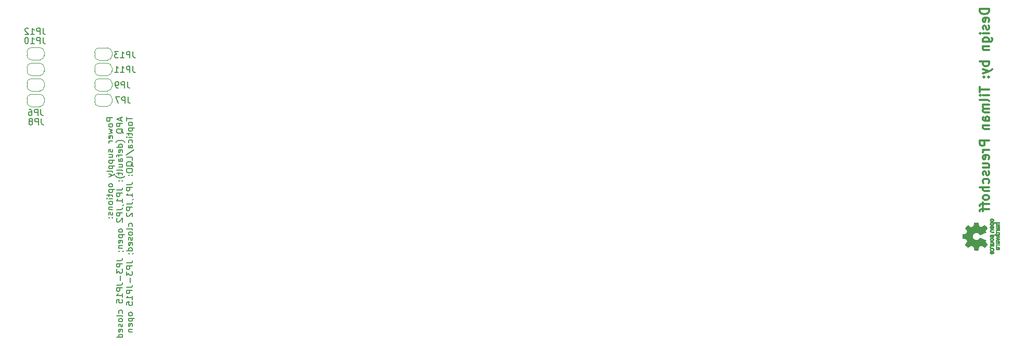
<source format=gbr>
G04 #@! TF.GenerationSoftware,KiCad,Pcbnew,(6.0.7)*
G04 #@! TF.CreationDate,2023-08-04T15:10:05+02:00*
G04 #@! TF.ProjectId,RedPitaya_Lockbox,52656450-6974-4617-9961-5f4c6f636b62,1.6*
G04 #@! TF.SameCoordinates,Original*
G04 #@! TF.FileFunction,Legend,Bot*
G04 #@! TF.FilePolarity,Positive*
%FSLAX46Y46*%
G04 Gerber Fmt 4.6, Leading zero omitted, Abs format (unit mm)*
G04 Created by KiCad (PCBNEW (6.0.7)) date 2023-08-04 15:10:05*
%MOMM*%
%LPD*%
G01*
G04 APERTURE LIST*
%ADD10C,0.300000*%
%ADD11C,0.150000*%
%ADD12C,0.010000*%
%ADD13C,0.120000*%
G04 APERTURE END LIST*
D10*
X207488571Y-73912857D02*
X205988571Y-73912857D01*
X205988571Y-74270000D01*
X206060000Y-74484285D01*
X206202857Y-74627142D01*
X206345714Y-74698571D01*
X206631428Y-74770000D01*
X206845714Y-74770000D01*
X207131428Y-74698571D01*
X207274285Y-74627142D01*
X207417142Y-74484285D01*
X207488571Y-74270000D01*
X207488571Y-73912857D01*
X207417142Y-75984285D02*
X207488571Y-75841428D01*
X207488571Y-75555714D01*
X207417142Y-75412857D01*
X207274285Y-75341428D01*
X206702857Y-75341428D01*
X206560000Y-75412857D01*
X206488571Y-75555714D01*
X206488571Y-75841428D01*
X206560000Y-75984285D01*
X206702857Y-76055714D01*
X206845714Y-76055714D01*
X206988571Y-75341428D01*
X207417142Y-76627142D02*
X207488571Y-76770000D01*
X207488571Y-77055714D01*
X207417142Y-77198571D01*
X207274285Y-77270000D01*
X207202857Y-77270000D01*
X207060000Y-77198571D01*
X206988571Y-77055714D01*
X206988571Y-76841428D01*
X206917142Y-76698571D01*
X206774285Y-76627142D01*
X206702857Y-76627142D01*
X206560000Y-76698571D01*
X206488571Y-76841428D01*
X206488571Y-77055714D01*
X206560000Y-77198571D01*
X207488571Y-77912857D02*
X206488571Y-77912857D01*
X205988571Y-77912857D02*
X206060000Y-77841428D01*
X206131428Y-77912857D01*
X206060000Y-77984285D01*
X205988571Y-77912857D01*
X206131428Y-77912857D01*
X206488571Y-79270000D02*
X207702857Y-79270000D01*
X207845714Y-79198571D01*
X207917142Y-79127142D01*
X207988571Y-78984285D01*
X207988571Y-78770000D01*
X207917142Y-78627142D01*
X207417142Y-79270000D02*
X207488571Y-79127142D01*
X207488571Y-78841428D01*
X207417142Y-78698571D01*
X207345714Y-78627142D01*
X207202857Y-78555714D01*
X206774285Y-78555714D01*
X206631428Y-78627142D01*
X206560000Y-78698571D01*
X206488571Y-78841428D01*
X206488571Y-79127142D01*
X206560000Y-79270000D01*
X206488571Y-79984285D02*
X207488571Y-79984285D01*
X206631428Y-79984285D02*
X206560000Y-80055714D01*
X206488571Y-80198571D01*
X206488571Y-80412857D01*
X206560000Y-80555714D01*
X206702857Y-80627142D01*
X207488571Y-80627142D01*
X207488571Y-82484285D02*
X205988571Y-82484285D01*
X206560000Y-82484285D02*
X206488571Y-82627142D01*
X206488571Y-82912857D01*
X206560000Y-83055714D01*
X206631428Y-83127142D01*
X206774285Y-83198571D01*
X207202857Y-83198571D01*
X207345714Y-83127142D01*
X207417142Y-83055714D01*
X207488571Y-82912857D01*
X207488571Y-82627142D01*
X207417142Y-82484285D01*
X206488571Y-83698571D02*
X207488571Y-84055714D01*
X206488571Y-84412857D02*
X207488571Y-84055714D01*
X207845714Y-83912857D01*
X207917142Y-83841428D01*
X207988571Y-83698571D01*
X207345714Y-84984285D02*
X207417142Y-85055714D01*
X207488571Y-84984285D01*
X207417142Y-84912857D01*
X207345714Y-84984285D01*
X207488571Y-84984285D01*
X206560000Y-84984285D02*
X206631428Y-85055714D01*
X206702857Y-84984285D01*
X206631428Y-84912857D01*
X206560000Y-84984285D01*
X206702857Y-84984285D01*
X205988571Y-86627142D02*
X205988571Y-87484285D01*
X207488571Y-87055714D02*
X205988571Y-87055714D01*
X207488571Y-87984285D02*
X206488571Y-87984285D01*
X205988571Y-87984285D02*
X206060000Y-87912857D01*
X206131428Y-87984285D01*
X206060000Y-88055714D01*
X205988571Y-87984285D01*
X206131428Y-87984285D01*
X207488571Y-88912857D02*
X207417142Y-88770000D01*
X207274285Y-88698571D01*
X205988571Y-88698571D01*
X207488571Y-89484285D02*
X206488571Y-89484285D01*
X206631428Y-89484285D02*
X206560000Y-89555714D01*
X206488571Y-89698571D01*
X206488571Y-89912857D01*
X206560000Y-90055714D01*
X206702857Y-90127142D01*
X207488571Y-90127142D01*
X206702857Y-90127142D02*
X206560000Y-90198571D01*
X206488571Y-90341428D01*
X206488571Y-90555714D01*
X206560000Y-90698571D01*
X206702857Y-90770000D01*
X207488571Y-90770000D01*
X207488571Y-92127142D02*
X206702857Y-92127142D01*
X206560000Y-92055714D01*
X206488571Y-91912857D01*
X206488571Y-91627142D01*
X206560000Y-91484285D01*
X207417142Y-92127142D02*
X207488571Y-91984285D01*
X207488571Y-91627142D01*
X207417142Y-91484285D01*
X207274285Y-91412857D01*
X207131428Y-91412857D01*
X206988571Y-91484285D01*
X206917142Y-91627142D01*
X206917142Y-91984285D01*
X206845714Y-92127142D01*
X206488571Y-92841428D02*
X207488571Y-92841428D01*
X206631428Y-92841428D02*
X206560000Y-92912857D01*
X206488571Y-93055714D01*
X206488571Y-93270000D01*
X206560000Y-93412857D01*
X206702857Y-93484285D01*
X207488571Y-93484285D01*
X207488571Y-95341428D02*
X205988571Y-95341428D01*
X205988571Y-95912857D01*
X206060000Y-96055714D01*
X206131428Y-96127142D01*
X206274285Y-96198571D01*
X206488571Y-96198571D01*
X206631428Y-96127142D01*
X206702857Y-96055714D01*
X206774285Y-95912857D01*
X206774285Y-95341428D01*
X207488571Y-96841428D02*
X206488571Y-96841428D01*
X206774285Y-96841428D02*
X206631428Y-96912857D01*
X206560000Y-96984285D01*
X206488571Y-97127142D01*
X206488571Y-97270000D01*
X207417142Y-98341428D02*
X207488571Y-98198571D01*
X207488571Y-97912857D01*
X207417142Y-97770000D01*
X207274285Y-97698571D01*
X206702857Y-97698571D01*
X206560000Y-97770000D01*
X206488571Y-97912857D01*
X206488571Y-98198571D01*
X206560000Y-98341428D01*
X206702857Y-98412857D01*
X206845714Y-98412857D01*
X206988571Y-97698571D01*
X206488571Y-99698571D02*
X207488571Y-99698571D01*
X206488571Y-99055714D02*
X207274285Y-99055714D01*
X207417142Y-99127142D01*
X207488571Y-99270000D01*
X207488571Y-99484285D01*
X207417142Y-99627142D01*
X207345714Y-99698571D01*
X207417142Y-100341428D02*
X207488571Y-100484285D01*
X207488571Y-100770000D01*
X207417142Y-100912857D01*
X207274285Y-100984285D01*
X207202857Y-100984285D01*
X207060000Y-100912857D01*
X206988571Y-100770000D01*
X206988571Y-100555714D01*
X206917142Y-100412857D01*
X206774285Y-100341428D01*
X206702857Y-100341428D01*
X206560000Y-100412857D01*
X206488571Y-100555714D01*
X206488571Y-100770000D01*
X206560000Y-100912857D01*
X207417142Y-102270000D02*
X207488571Y-102127142D01*
X207488571Y-101841428D01*
X207417142Y-101698571D01*
X207345714Y-101627142D01*
X207202857Y-101555714D01*
X206774285Y-101555714D01*
X206631428Y-101627142D01*
X206560000Y-101698571D01*
X206488571Y-101841428D01*
X206488571Y-102127142D01*
X206560000Y-102270000D01*
X207488571Y-102912857D02*
X205988571Y-102912857D01*
X207488571Y-103555714D02*
X206702857Y-103555714D01*
X206560000Y-103484285D01*
X206488571Y-103341428D01*
X206488571Y-103127142D01*
X206560000Y-102984285D01*
X206631428Y-102912857D01*
X207488571Y-104484285D02*
X207417142Y-104341428D01*
X207345714Y-104270000D01*
X207202857Y-104198571D01*
X206774285Y-104198571D01*
X206631428Y-104270000D01*
X206560000Y-104341428D01*
X206488571Y-104484285D01*
X206488571Y-104698571D01*
X206560000Y-104841428D01*
X206631428Y-104912857D01*
X206774285Y-104984285D01*
X207202857Y-104984285D01*
X207345714Y-104912857D01*
X207417142Y-104841428D01*
X207488571Y-104698571D01*
X207488571Y-104484285D01*
X206488571Y-105412857D02*
X206488571Y-105984285D01*
X207488571Y-105627142D02*
X206202857Y-105627142D01*
X206060000Y-105698571D01*
X205988571Y-105841428D01*
X205988571Y-105984285D01*
X206488571Y-106270000D02*
X206488571Y-106841428D01*
X207488571Y-106484285D02*
X206202857Y-106484285D01*
X206060000Y-106555714D01*
X205988571Y-106698571D01*
X205988571Y-106841428D01*
D11*
X65042380Y-91635595D02*
X64042380Y-91635595D01*
X64042380Y-92016547D01*
X64090000Y-92111785D01*
X64137619Y-92159404D01*
X64232857Y-92207023D01*
X64375714Y-92207023D01*
X64470952Y-92159404D01*
X64518571Y-92111785D01*
X64566190Y-92016547D01*
X64566190Y-91635595D01*
X65042380Y-92778452D02*
X64994761Y-92683214D01*
X64947142Y-92635595D01*
X64851904Y-92587976D01*
X64566190Y-92587976D01*
X64470952Y-92635595D01*
X64423333Y-92683214D01*
X64375714Y-92778452D01*
X64375714Y-92921309D01*
X64423333Y-93016547D01*
X64470952Y-93064166D01*
X64566190Y-93111785D01*
X64851904Y-93111785D01*
X64947142Y-93064166D01*
X64994761Y-93016547D01*
X65042380Y-92921309D01*
X65042380Y-92778452D01*
X64375714Y-93445119D02*
X65042380Y-93635595D01*
X64566190Y-93826071D01*
X65042380Y-94016547D01*
X64375714Y-94207023D01*
X64994761Y-94968928D02*
X65042380Y-94873690D01*
X65042380Y-94683214D01*
X64994761Y-94587976D01*
X64899523Y-94540357D01*
X64518571Y-94540357D01*
X64423333Y-94587976D01*
X64375714Y-94683214D01*
X64375714Y-94873690D01*
X64423333Y-94968928D01*
X64518571Y-95016547D01*
X64613809Y-95016547D01*
X64709047Y-94540357D01*
X65042380Y-95445119D02*
X64375714Y-95445119D01*
X64566190Y-95445119D02*
X64470952Y-95492738D01*
X64423333Y-95540357D01*
X64375714Y-95635595D01*
X64375714Y-95730833D01*
X64994761Y-96778452D02*
X65042380Y-96873690D01*
X65042380Y-97064166D01*
X64994761Y-97159404D01*
X64899523Y-97207023D01*
X64851904Y-97207023D01*
X64756666Y-97159404D01*
X64709047Y-97064166D01*
X64709047Y-96921309D01*
X64661428Y-96826071D01*
X64566190Y-96778452D01*
X64518571Y-96778452D01*
X64423333Y-96826071D01*
X64375714Y-96921309D01*
X64375714Y-97064166D01*
X64423333Y-97159404D01*
X64375714Y-98064166D02*
X65042380Y-98064166D01*
X64375714Y-97635595D02*
X64899523Y-97635595D01*
X64994761Y-97683214D01*
X65042380Y-97778452D01*
X65042380Y-97921309D01*
X64994761Y-98016547D01*
X64947142Y-98064166D01*
X64375714Y-98540357D02*
X65375714Y-98540357D01*
X64423333Y-98540357D02*
X64375714Y-98635595D01*
X64375714Y-98826071D01*
X64423333Y-98921309D01*
X64470952Y-98968928D01*
X64566190Y-99016547D01*
X64851904Y-99016547D01*
X64947142Y-98968928D01*
X64994761Y-98921309D01*
X65042380Y-98826071D01*
X65042380Y-98635595D01*
X64994761Y-98540357D01*
X64375714Y-99445119D02*
X65375714Y-99445119D01*
X64423333Y-99445119D02*
X64375714Y-99540357D01*
X64375714Y-99730833D01*
X64423333Y-99826071D01*
X64470952Y-99873690D01*
X64566190Y-99921309D01*
X64851904Y-99921309D01*
X64947142Y-99873690D01*
X64994761Y-99826071D01*
X65042380Y-99730833D01*
X65042380Y-99540357D01*
X64994761Y-99445119D01*
X65042380Y-100492738D02*
X64994761Y-100397500D01*
X64899523Y-100349880D01*
X64042380Y-100349880D01*
X64375714Y-100778452D02*
X65042380Y-101016547D01*
X64375714Y-101254642D02*
X65042380Y-101016547D01*
X65280476Y-100921309D01*
X65328095Y-100873690D01*
X65375714Y-100778452D01*
X65042380Y-102540357D02*
X64994761Y-102445119D01*
X64947142Y-102397500D01*
X64851904Y-102349880D01*
X64566190Y-102349880D01*
X64470952Y-102397500D01*
X64423333Y-102445119D01*
X64375714Y-102540357D01*
X64375714Y-102683214D01*
X64423333Y-102778452D01*
X64470952Y-102826071D01*
X64566190Y-102873690D01*
X64851904Y-102873690D01*
X64947142Y-102826071D01*
X64994761Y-102778452D01*
X65042380Y-102683214D01*
X65042380Y-102540357D01*
X64375714Y-103302261D02*
X65375714Y-103302261D01*
X64423333Y-103302261D02*
X64375714Y-103397500D01*
X64375714Y-103587976D01*
X64423333Y-103683214D01*
X64470952Y-103730833D01*
X64566190Y-103778452D01*
X64851904Y-103778452D01*
X64947142Y-103730833D01*
X64994761Y-103683214D01*
X65042380Y-103587976D01*
X65042380Y-103397500D01*
X64994761Y-103302261D01*
X64375714Y-104064166D02*
X64375714Y-104445119D01*
X64042380Y-104207023D02*
X64899523Y-104207023D01*
X64994761Y-104254642D01*
X65042380Y-104349880D01*
X65042380Y-104445119D01*
X65042380Y-104778452D02*
X64375714Y-104778452D01*
X64042380Y-104778452D02*
X64090000Y-104730833D01*
X64137619Y-104778452D01*
X64090000Y-104826071D01*
X64042380Y-104778452D01*
X64137619Y-104778452D01*
X65042380Y-105397500D02*
X64994761Y-105302261D01*
X64947142Y-105254642D01*
X64851904Y-105207023D01*
X64566190Y-105207023D01*
X64470952Y-105254642D01*
X64423333Y-105302261D01*
X64375714Y-105397500D01*
X64375714Y-105540357D01*
X64423333Y-105635595D01*
X64470952Y-105683214D01*
X64566190Y-105730833D01*
X64851904Y-105730833D01*
X64947142Y-105683214D01*
X64994761Y-105635595D01*
X65042380Y-105540357D01*
X65042380Y-105397500D01*
X64375714Y-106159404D02*
X65042380Y-106159404D01*
X64470952Y-106159404D02*
X64423333Y-106207023D01*
X64375714Y-106302261D01*
X64375714Y-106445119D01*
X64423333Y-106540357D01*
X64518571Y-106587976D01*
X65042380Y-106587976D01*
X64994761Y-107016547D02*
X65042380Y-107111785D01*
X65042380Y-107302261D01*
X64994761Y-107397500D01*
X64899523Y-107445119D01*
X64851904Y-107445119D01*
X64756666Y-107397500D01*
X64709047Y-107302261D01*
X64709047Y-107159404D01*
X64661428Y-107064166D01*
X64566190Y-107016547D01*
X64518571Y-107016547D01*
X64423333Y-107064166D01*
X64375714Y-107159404D01*
X64375714Y-107302261D01*
X64423333Y-107397500D01*
X64947142Y-107873690D02*
X64994761Y-107921309D01*
X65042380Y-107873690D01*
X64994761Y-107826071D01*
X64947142Y-107873690D01*
X65042380Y-107873690D01*
X64423333Y-107873690D02*
X64470952Y-107921309D01*
X64518571Y-107873690D01*
X64470952Y-107826071D01*
X64423333Y-107873690D01*
X64518571Y-107873690D01*
X66366666Y-91587976D02*
X66366666Y-92064166D01*
X66652380Y-91492738D02*
X65652380Y-91826071D01*
X66652380Y-92159404D01*
X66652380Y-92492738D02*
X65652380Y-92492738D01*
X65652380Y-92873690D01*
X65700000Y-92968928D01*
X65747619Y-93016547D01*
X65842857Y-93064166D01*
X65985714Y-93064166D01*
X66080952Y-93016547D01*
X66128571Y-92968928D01*
X66176190Y-92873690D01*
X66176190Y-92492738D01*
X66747619Y-94159404D02*
X66700000Y-94064166D01*
X66604761Y-93968928D01*
X66461904Y-93826071D01*
X66414285Y-93730833D01*
X66414285Y-93635595D01*
X66652380Y-93683214D02*
X66604761Y-93587976D01*
X66509523Y-93492738D01*
X66319047Y-93445119D01*
X65985714Y-93445119D01*
X65795238Y-93492738D01*
X65700000Y-93587976D01*
X65652380Y-93683214D01*
X65652380Y-93873690D01*
X65700000Y-93968928D01*
X65795238Y-94064166D01*
X65985714Y-94111785D01*
X66319047Y-94111785D01*
X66509523Y-94064166D01*
X66604761Y-93968928D01*
X66652380Y-93873690D01*
X66652380Y-93683214D01*
X67033333Y-95587976D02*
X66985714Y-95540357D01*
X66842857Y-95445119D01*
X66747619Y-95397500D01*
X66604761Y-95349880D01*
X66366666Y-95302261D01*
X66176190Y-95302261D01*
X65938095Y-95349880D01*
X65795238Y-95397500D01*
X65700000Y-95445119D01*
X65557142Y-95540357D01*
X65509523Y-95587976D01*
X66652380Y-96397500D02*
X65652380Y-96397500D01*
X66604761Y-96397500D02*
X66652380Y-96302261D01*
X66652380Y-96111785D01*
X66604761Y-96016547D01*
X66557142Y-95968928D01*
X66461904Y-95921309D01*
X66176190Y-95921309D01*
X66080952Y-95968928D01*
X66033333Y-96016547D01*
X65985714Y-96111785D01*
X65985714Y-96302261D01*
X66033333Y-96397500D01*
X66604761Y-97254642D02*
X66652380Y-97159404D01*
X66652380Y-96968928D01*
X66604761Y-96873690D01*
X66509523Y-96826071D01*
X66128571Y-96826071D01*
X66033333Y-96873690D01*
X65985714Y-96968928D01*
X65985714Y-97159404D01*
X66033333Y-97254642D01*
X66128571Y-97302261D01*
X66223809Y-97302261D01*
X66319047Y-96826071D01*
X65985714Y-97587976D02*
X65985714Y-97968928D01*
X66652380Y-97730833D02*
X65795238Y-97730833D01*
X65700000Y-97778452D01*
X65652380Y-97873690D01*
X65652380Y-97968928D01*
X66652380Y-98730833D02*
X66128571Y-98730833D01*
X66033333Y-98683214D01*
X65985714Y-98587976D01*
X65985714Y-98397500D01*
X66033333Y-98302261D01*
X66604761Y-98730833D02*
X66652380Y-98635595D01*
X66652380Y-98397500D01*
X66604761Y-98302261D01*
X66509523Y-98254642D01*
X66414285Y-98254642D01*
X66319047Y-98302261D01*
X66271428Y-98397500D01*
X66271428Y-98635595D01*
X66223809Y-98730833D01*
X65985714Y-99635595D02*
X66652380Y-99635595D01*
X65985714Y-99207023D02*
X66509523Y-99207023D01*
X66604761Y-99254642D01*
X66652380Y-99349880D01*
X66652380Y-99492738D01*
X66604761Y-99587976D01*
X66557142Y-99635595D01*
X66652380Y-100254642D02*
X66604761Y-100159404D01*
X66509523Y-100111785D01*
X65652380Y-100111785D01*
X65985714Y-100492738D02*
X65985714Y-100873690D01*
X65652380Y-100635595D02*
X66509523Y-100635595D01*
X66604761Y-100683214D01*
X66652380Y-100778452D01*
X66652380Y-100873690D01*
X67033333Y-101111785D02*
X66985714Y-101159404D01*
X66842857Y-101254642D01*
X66747619Y-101302261D01*
X66604761Y-101349880D01*
X66366666Y-101397500D01*
X66176190Y-101397500D01*
X65938095Y-101349880D01*
X65795238Y-101302261D01*
X65700000Y-101254642D01*
X65557142Y-101159404D01*
X65509523Y-101111785D01*
X66557142Y-101873690D02*
X66604761Y-101921309D01*
X66652380Y-101873690D01*
X66604761Y-101826071D01*
X66557142Y-101873690D01*
X66652380Y-101873690D01*
X66033333Y-101873690D02*
X66080952Y-101921309D01*
X66128571Y-101873690D01*
X66080952Y-101826071D01*
X66033333Y-101873690D01*
X66128571Y-101873690D01*
X65652380Y-103397500D02*
X66366666Y-103397500D01*
X66509523Y-103349880D01*
X66604761Y-103254642D01*
X66652380Y-103111785D01*
X66652380Y-103016547D01*
X66652380Y-103873690D02*
X65652380Y-103873690D01*
X65652380Y-104254642D01*
X65700000Y-104349880D01*
X65747619Y-104397500D01*
X65842857Y-104445119D01*
X65985714Y-104445119D01*
X66080952Y-104397500D01*
X66128571Y-104349880D01*
X66176190Y-104254642D01*
X66176190Y-103873690D01*
X66652380Y-105397500D02*
X66652380Y-104826071D01*
X66652380Y-105111785D02*
X65652380Y-105111785D01*
X65795238Y-105016547D01*
X65890476Y-104921309D01*
X65938095Y-104826071D01*
X66604761Y-105873690D02*
X66652380Y-105873690D01*
X66747619Y-105826071D01*
X66795238Y-105778452D01*
X65652380Y-106587976D02*
X66366666Y-106587976D01*
X66509523Y-106540357D01*
X66604761Y-106445119D01*
X66652380Y-106302261D01*
X66652380Y-106207023D01*
X66652380Y-107064166D02*
X65652380Y-107064166D01*
X65652380Y-107445119D01*
X65700000Y-107540357D01*
X65747619Y-107587976D01*
X65842857Y-107635595D01*
X65985714Y-107635595D01*
X66080952Y-107587976D01*
X66128571Y-107540357D01*
X66176190Y-107445119D01*
X66176190Y-107064166D01*
X65747619Y-108016547D02*
X65700000Y-108064166D01*
X65652380Y-108159404D01*
X65652380Y-108397500D01*
X65700000Y-108492738D01*
X65747619Y-108540357D01*
X65842857Y-108587976D01*
X65938095Y-108587976D01*
X66080952Y-108540357D01*
X66652380Y-107968928D01*
X66652380Y-108587976D01*
X66652380Y-109921309D02*
X66604761Y-109826071D01*
X66557142Y-109778452D01*
X66461904Y-109730833D01*
X66176190Y-109730833D01*
X66080952Y-109778452D01*
X66033333Y-109826071D01*
X65985714Y-109921309D01*
X65985714Y-110064166D01*
X66033333Y-110159404D01*
X66080952Y-110207023D01*
X66176190Y-110254642D01*
X66461904Y-110254642D01*
X66557142Y-110207023D01*
X66604761Y-110159404D01*
X66652380Y-110064166D01*
X66652380Y-109921309D01*
X65985714Y-110683214D02*
X66985714Y-110683214D01*
X66033333Y-110683214D02*
X65985714Y-110778452D01*
X65985714Y-110968928D01*
X66033333Y-111064166D01*
X66080952Y-111111785D01*
X66176190Y-111159404D01*
X66461904Y-111159404D01*
X66557142Y-111111785D01*
X66604761Y-111064166D01*
X66652380Y-110968928D01*
X66652380Y-110778452D01*
X66604761Y-110683214D01*
X66604761Y-111968928D02*
X66652380Y-111873690D01*
X66652380Y-111683214D01*
X66604761Y-111587976D01*
X66509523Y-111540357D01*
X66128571Y-111540357D01*
X66033333Y-111587976D01*
X65985714Y-111683214D01*
X65985714Y-111873690D01*
X66033333Y-111968928D01*
X66128571Y-112016547D01*
X66223809Y-112016547D01*
X66319047Y-111540357D01*
X65985714Y-112445119D02*
X66652380Y-112445119D01*
X66080952Y-112445119D02*
X66033333Y-112492738D01*
X65985714Y-112587976D01*
X65985714Y-112730833D01*
X66033333Y-112826071D01*
X66128571Y-112873690D01*
X66652380Y-112873690D01*
X66604761Y-113397500D02*
X66652380Y-113397500D01*
X66747619Y-113349880D01*
X66795238Y-113302261D01*
X66033333Y-113349880D02*
X66080952Y-113397500D01*
X66128571Y-113349880D01*
X66080952Y-113302261D01*
X66033333Y-113349880D01*
X66128571Y-113349880D01*
X65652380Y-114873690D02*
X66366666Y-114873690D01*
X66509523Y-114826071D01*
X66604761Y-114730833D01*
X66652380Y-114587976D01*
X66652380Y-114492738D01*
X66652380Y-115349880D02*
X65652380Y-115349880D01*
X65652380Y-115730833D01*
X65700000Y-115826071D01*
X65747619Y-115873690D01*
X65842857Y-115921309D01*
X65985714Y-115921309D01*
X66080952Y-115873690D01*
X66128571Y-115826071D01*
X66176190Y-115730833D01*
X66176190Y-115349880D01*
X65652380Y-116254642D02*
X65652380Y-116873690D01*
X66033333Y-116540357D01*
X66033333Y-116683214D01*
X66080952Y-116778452D01*
X66128571Y-116826071D01*
X66223809Y-116873690D01*
X66461904Y-116873690D01*
X66557142Y-116826071D01*
X66604761Y-116778452D01*
X66652380Y-116683214D01*
X66652380Y-116397500D01*
X66604761Y-116302261D01*
X66557142Y-116254642D01*
X66271428Y-117302261D02*
X66271428Y-118064166D01*
X65652380Y-118826071D02*
X66366666Y-118826071D01*
X66509523Y-118778452D01*
X66604761Y-118683214D01*
X66652380Y-118540357D01*
X66652380Y-118445119D01*
X66652380Y-119302261D02*
X65652380Y-119302261D01*
X65652380Y-119683214D01*
X65700000Y-119778452D01*
X65747619Y-119826071D01*
X65842857Y-119873690D01*
X65985714Y-119873690D01*
X66080952Y-119826071D01*
X66128571Y-119778452D01*
X66176190Y-119683214D01*
X66176190Y-119302261D01*
X66652380Y-120826071D02*
X66652380Y-120254642D01*
X66652380Y-120540357D02*
X65652380Y-120540357D01*
X65795238Y-120445119D01*
X65890476Y-120349880D01*
X65938095Y-120254642D01*
X65652380Y-121730833D02*
X65652380Y-121254642D01*
X66128571Y-121207023D01*
X66080952Y-121254642D01*
X66033333Y-121349880D01*
X66033333Y-121587976D01*
X66080952Y-121683214D01*
X66128571Y-121730833D01*
X66223809Y-121778452D01*
X66461904Y-121778452D01*
X66557142Y-121730833D01*
X66604761Y-121683214D01*
X66652380Y-121587976D01*
X66652380Y-121349880D01*
X66604761Y-121254642D01*
X66557142Y-121207023D01*
X66604761Y-123397500D02*
X66652380Y-123302261D01*
X66652380Y-123111785D01*
X66604761Y-123016547D01*
X66557142Y-122968928D01*
X66461904Y-122921309D01*
X66176190Y-122921309D01*
X66080952Y-122968928D01*
X66033333Y-123016547D01*
X65985714Y-123111785D01*
X65985714Y-123302261D01*
X66033333Y-123397500D01*
X66652380Y-123968928D02*
X66604761Y-123873690D01*
X66509523Y-123826071D01*
X65652380Y-123826071D01*
X66652380Y-124492738D02*
X66604761Y-124397500D01*
X66557142Y-124349880D01*
X66461904Y-124302261D01*
X66176190Y-124302261D01*
X66080952Y-124349880D01*
X66033333Y-124397500D01*
X65985714Y-124492738D01*
X65985714Y-124635595D01*
X66033333Y-124730833D01*
X66080952Y-124778452D01*
X66176190Y-124826071D01*
X66461904Y-124826071D01*
X66557142Y-124778452D01*
X66604761Y-124730833D01*
X66652380Y-124635595D01*
X66652380Y-124492738D01*
X66604761Y-125207023D02*
X66652380Y-125302261D01*
X66652380Y-125492738D01*
X66604761Y-125587976D01*
X66509523Y-125635595D01*
X66461904Y-125635595D01*
X66366666Y-125587976D01*
X66319047Y-125492738D01*
X66319047Y-125349880D01*
X66271428Y-125254642D01*
X66176190Y-125207023D01*
X66128571Y-125207023D01*
X66033333Y-125254642D01*
X65985714Y-125349880D01*
X65985714Y-125492738D01*
X66033333Y-125587976D01*
X66604761Y-126445119D02*
X66652380Y-126349880D01*
X66652380Y-126159404D01*
X66604761Y-126064166D01*
X66509523Y-126016547D01*
X66128571Y-126016547D01*
X66033333Y-126064166D01*
X65985714Y-126159404D01*
X65985714Y-126349880D01*
X66033333Y-126445119D01*
X66128571Y-126492738D01*
X66223809Y-126492738D01*
X66319047Y-126016547D01*
X66652380Y-127349880D02*
X65652380Y-127349880D01*
X66604761Y-127349880D02*
X66652380Y-127254642D01*
X66652380Y-127064166D01*
X66604761Y-126968928D01*
X66557142Y-126921309D01*
X66461904Y-126873690D01*
X66176190Y-126873690D01*
X66080952Y-126921309D01*
X66033333Y-126968928D01*
X65985714Y-127064166D01*
X65985714Y-127254642D01*
X66033333Y-127349880D01*
X67262380Y-91492738D02*
X67262380Y-92064166D01*
X68262380Y-91778452D02*
X67262380Y-91778452D01*
X68262380Y-92540357D02*
X68214761Y-92445119D01*
X68167142Y-92397500D01*
X68071904Y-92349880D01*
X67786190Y-92349880D01*
X67690952Y-92397500D01*
X67643333Y-92445119D01*
X67595714Y-92540357D01*
X67595714Y-92683214D01*
X67643333Y-92778452D01*
X67690952Y-92826071D01*
X67786190Y-92873690D01*
X68071904Y-92873690D01*
X68167142Y-92826071D01*
X68214761Y-92778452D01*
X68262380Y-92683214D01*
X68262380Y-92540357D01*
X67595714Y-93302261D02*
X68595714Y-93302261D01*
X67643333Y-93302261D02*
X67595714Y-93397500D01*
X67595714Y-93587976D01*
X67643333Y-93683214D01*
X67690952Y-93730833D01*
X67786190Y-93778452D01*
X68071904Y-93778452D01*
X68167142Y-93730833D01*
X68214761Y-93683214D01*
X68262380Y-93587976D01*
X68262380Y-93397500D01*
X68214761Y-93302261D01*
X67595714Y-94064166D02*
X67595714Y-94445119D01*
X67262380Y-94207023D02*
X68119523Y-94207023D01*
X68214761Y-94254642D01*
X68262380Y-94349880D01*
X68262380Y-94445119D01*
X68262380Y-94778452D02*
X67595714Y-94778452D01*
X67262380Y-94778452D02*
X67310000Y-94730833D01*
X67357619Y-94778452D01*
X67310000Y-94826071D01*
X67262380Y-94778452D01*
X67357619Y-94778452D01*
X68214761Y-95683214D02*
X68262380Y-95587976D01*
X68262380Y-95397500D01*
X68214761Y-95302261D01*
X68167142Y-95254642D01*
X68071904Y-95207023D01*
X67786190Y-95207023D01*
X67690952Y-95254642D01*
X67643333Y-95302261D01*
X67595714Y-95397500D01*
X67595714Y-95587976D01*
X67643333Y-95683214D01*
X68262380Y-96540357D02*
X67738571Y-96540357D01*
X67643333Y-96492738D01*
X67595714Y-96397500D01*
X67595714Y-96207023D01*
X67643333Y-96111785D01*
X68214761Y-96540357D02*
X68262380Y-96445119D01*
X68262380Y-96207023D01*
X68214761Y-96111785D01*
X68119523Y-96064166D01*
X68024285Y-96064166D01*
X67929047Y-96111785D01*
X67881428Y-96207023D01*
X67881428Y-96445119D01*
X67833809Y-96540357D01*
X67214761Y-97730833D02*
X68500476Y-96873690D01*
X68262380Y-98540357D02*
X68262380Y-98064166D01*
X67262380Y-98064166D01*
X68357619Y-99540357D02*
X68310000Y-99445119D01*
X68214761Y-99349880D01*
X68071904Y-99207023D01*
X68024285Y-99111785D01*
X68024285Y-99016547D01*
X68262380Y-99064166D02*
X68214761Y-98968928D01*
X68119523Y-98873690D01*
X67929047Y-98826071D01*
X67595714Y-98826071D01*
X67405238Y-98873690D01*
X67310000Y-98968928D01*
X67262380Y-99064166D01*
X67262380Y-99254642D01*
X67310000Y-99349880D01*
X67405238Y-99445119D01*
X67595714Y-99492738D01*
X67929047Y-99492738D01*
X68119523Y-99445119D01*
X68214761Y-99349880D01*
X68262380Y-99254642D01*
X68262380Y-99064166D01*
X67262380Y-100111785D02*
X67262380Y-100302261D01*
X67310000Y-100397500D01*
X67405238Y-100492738D01*
X67595714Y-100540357D01*
X67929047Y-100540357D01*
X68119523Y-100492738D01*
X68214761Y-100397500D01*
X68262380Y-100302261D01*
X68262380Y-100111785D01*
X68214761Y-100016547D01*
X68119523Y-99921309D01*
X67929047Y-99873690D01*
X67595714Y-99873690D01*
X67405238Y-99921309D01*
X67310000Y-100016547D01*
X67262380Y-100111785D01*
X68167142Y-100968928D02*
X68214761Y-101016547D01*
X68262380Y-100968928D01*
X68214761Y-100921309D01*
X68167142Y-100968928D01*
X68262380Y-100968928D01*
X67643333Y-100968928D02*
X67690952Y-101016547D01*
X67738571Y-100968928D01*
X67690952Y-100921309D01*
X67643333Y-100968928D01*
X67738571Y-100968928D01*
X67262380Y-102492738D02*
X67976666Y-102492738D01*
X68119523Y-102445119D01*
X68214761Y-102349880D01*
X68262380Y-102207023D01*
X68262380Y-102111785D01*
X68262380Y-102968928D02*
X67262380Y-102968928D01*
X67262380Y-103349880D01*
X67310000Y-103445119D01*
X67357619Y-103492738D01*
X67452857Y-103540357D01*
X67595714Y-103540357D01*
X67690952Y-103492738D01*
X67738571Y-103445119D01*
X67786190Y-103349880D01*
X67786190Y-102968928D01*
X68262380Y-104492738D02*
X68262380Y-103921309D01*
X68262380Y-104207023D02*
X67262380Y-104207023D01*
X67405238Y-104111785D01*
X67500476Y-104016547D01*
X67548095Y-103921309D01*
X68214761Y-104968928D02*
X68262380Y-104968928D01*
X68357619Y-104921309D01*
X68405238Y-104873690D01*
X67262380Y-105683214D02*
X67976666Y-105683214D01*
X68119523Y-105635595D01*
X68214761Y-105540357D01*
X68262380Y-105397500D01*
X68262380Y-105302261D01*
X68262380Y-106159404D02*
X67262380Y-106159404D01*
X67262380Y-106540357D01*
X67310000Y-106635595D01*
X67357619Y-106683214D01*
X67452857Y-106730833D01*
X67595714Y-106730833D01*
X67690952Y-106683214D01*
X67738571Y-106635595D01*
X67786190Y-106540357D01*
X67786190Y-106159404D01*
X67357619Y-107111785D02*
X67310000Y-107159404D01*
X67262380Y-107254642D01*
X67262380Y-107492738D01*
X67310000Y-107587976D01*
X67357619Y-107635595D01*
X67452857Y-107683214D01*
X67548095Y-107683214D01*
X67690952Y-107635595D01*
X68262380Y-107064166D01*
X68262380Y-107683214D01*
X68214761Y-109302261D02*
X68262380Y-109207023D01*
X68262380Y-109016547D01*
X68214761Y-108921309D01*
X68167142Y-108873690D01*
X68071904Y-108826071D01*
X67786190Y-108826071D01*
X67690952Y-108873690D01*
X67643333Y-108921309D01*
X67595714Y-109016547D01*
X67595714Y-109207023D01*
X67643333Y-109302261D01*
X68262380Y-109873690D02*
X68214761Y-109778452D01*
X68119523Y-109730833D01*
X67262380Y-109730833D01*
X68262380Y-110397500D02*
X68214761Y-110302261D01*
X68167142Y-110254642D01*
X68071904Y-110207023D01*
X67786190Y-110207023D01*
X67690952Y-110254642D01*
X67643333Y-110302261D01*
X67595714Y-110397500D01*
X67595714Y-110540357D01*
X67643333Y-110635595D01*
X67690952Y-110683214D01*
X67786190Y-110730833D01*
X68071904Y-110730833D01*
X68167142Y-110683214D01*
X68214761Y-110635595D01*
X68262380Y-110540357D01*
X68262380Y-110397500D01*
X68214761Y-111111785D02*
X68262380Y-111207023D01*
X68262380Y-111397500D01*
X68214761Y-111492738D01*
X68119523Y-111540357D01*
X68071904Y-111540357D01*
X67976666Y-111492738D01*
X67929047Y-111397500D01*
X67929047Y-111254642D01*
X67881428Y-111159404D01*
X67786190Y-111111785D01*
X67738571Y-111111785D01*
X67643333Y-111159404D01*
X67595714Y-111254642D01*
X67595714Y-111397500D01*
X67643333Y-111492738D01*
X68214761Y-112349880D02*
X68262380Y-112254642D01*
X68262380Y-112064166D01*
X68214761Y-111968928D01*
X68119523Y-111921309D01*
X67738571Y-111921309D01*
X67643333Y-111968928D01*
X67595714Y-112064166D01*
X67595714Y-112254642D01*
X67643333Y-112349880D01*
X67738571Y-112397500D01*
X67833809Y-112397500D01*
X67929047Y-111921309D01*
X68262380Y-113254642D02*
X67262380Y-113254642D01*
X68214761Y-113254642D02*
X68262380Y-113159404D01*
X68262380Y-112968928D01*
X68214761Y-112873690D01*
X68167142Y-112826071D01*
X68071904Y-112778452D01*
X67786190Y-112778452D01*
X67690952Y-112826071D01*
X67643333Y-112873690D01*
X67595714Y-112968928D01*
X67595714Y-113159404D01*
X67643333Y-113254642D01*
X68214761Y-113778452D02*
X68262380Y-113778452D01*
X68357619Y-113730833D01*
X68405238Y-113683214D01*
X67643333Y-113730833D02*
X67690952Y-113778452D01*
X67738571Y-113730833D01*
X67690952Y-113683214D01*
X67643333Y-113730833D01*
X67738571Y-113730833D01*
X67262380Y-115254642D02*
X67976666Y-115254642D01*
X68119523Y-115207023D01*
X68214761Y-115111785D01*
X68262380Y-114968928D01*
X68262380Y-114873690D01*
X68262380Y-115730833D02*
X67262380Y-115730833D01*
X67262380Y-116111785D01*
X67310000Y-116207023D01*
X67357619Y-116254642D01*
X67452857Y-116302261D01*
X67595714Y-116302261D01*
X67690952Y-116254642D01*
X67738571Y-116207023D01*
X67786190Y-116111785D01*
X67786190Y-115730833D01*
X67262380Y-116635595D02*
X67262380Y-117254642D01*
X67643333Y-116921309D01*
X67643333Y-117064166D01*
X67690952Y-117159404D01*
X67738571Y-117207023D01*
X67833809Y-117254642D01*
X68071904Y-117254642D01*
X68167142Y-117207023D01*
X68214761Y-117159404D01*
X68262380Y-117064166D01*
X68262380Y-116778452D01*
X68214761Y-116683214D01*
X68167142Y-116635595D01*
X67881428Y-117683214D02*
X67881428Y-118445119D01*
X67262380Y-119207023D02*
X67976666Y-119207023D01*
X68119523Y-119159404D01*
X68214761Y-119064166D01*
X68262380Y-118921309D01*
X68262380Y-118826071D01*
X68262380Y-119683214D02*
X67262380Y-119683214D01*
X67262380Y-120064166D01*
X67310000Y-120159404D01*
X67357619Y-120207023D01*
X67452857Y-120254642D01*
X67595714Y-120254642D01*
X67690952Y-120207023D01*
X67738571Y-120159404D01*
X67786190Y-120064166D01*
X67786190Y-119683214D01*
X68262380Y-121207023D02*
X68262380Y-120635595D01*
X68262380Y-120921309D02*
X67262380Y-120921309D01*
X67405238Y-120826071D01*
X67500476Y-120730833D01*
X67548095Y-120635595D01*
X67262380Y-122111785D02*
X67262380Y-121635595D01*
X67738571Y-121587976D01*
X67690952Y-121635595D01*
X67643333Y-121730833D01*
X67643333Y-121968928D01*
X67690952Y-122064166D01*
X67738571Y-122111785D01*
X67833809Y-122159404D01*
X68071904Y-122159404D01*
X68167142Y-122111785D01*
X68214761Y-122064166D01*
X68262380Y-121968928D01*
X68262380Y-121730833D01*
X68214761Y-121635595D01*
X68167142Y-121587976D01*
X68262380Y-123492738D02*
X68214761Y-123397500D01*
X68167142Y-123349880D01*
X68071904Y-123302261D01*
X67786190Y-123302261D01*
X67690952Y-123349880D01*
X67643333Y-123397500D01*
X67595714Y-123492738D01*
X67595714Y-123635595D01*
X67643333Y-123730833D01*
X67690952Y-123778452D01*
X67786190Y-123826071D01*
X68071904Y-123826071D01*
X68167142Y-123778452D01*
X68214761Y-123730833D01*
X68262380Y-123635595D01*
X68262380Y-123492738D01*
X67595714Y-124254642D02*
X68595714Y-124254642D01*
X67643333Y-124254642D02*
X67595714Y-124349880D01*
X67595714Y-124540357D01*
X67643333Y-124635595D01*
X67690952Y-124683214D01*
X67786190Y-124730833D01*
X68071904Y-124730833D01*
X68167142Y-124683214D01*
X68214761Y-124635595D01*
X68262380Y-124540357D01*
X68262380Y-124349880D01*
X68214761Y-124254642D01*
X68214761Y-125540357D02*
X68262380Y-125445119D01*
X68262380Y-125254642D01*
X68214761Y-125159404D01*
X68119523Y-125111785D01*
X67738571Y-125111785D01*
X67643333Y-125159404D01*
X67595714Y-125254642D01*
X67595714Y-125445119D01*
X67643333Y-125540357D01*
X67738571Y-125587976D01*
X67833809Y-125587976D01*
X67929047Y-125111785D01*
X67595714Y-126016547D02*
X68262380Y-126016547D01*
X67690952Y-126016547D02*
X67643333Y-126064166D01*
X67595714Y-126159404D01*
X67595714Y-126302261D01*
X67643333Y-126397500D01*
X67738571Y-126445119D01*
X68262380Y-126445119D01*
X53333333Y-90252380D02*
X53333333Y-90966666D01*
X53380952Y-91109523D01*
X53476190Y-91204761D01*
X53619047Y-91252380D01*
X53714285Y-91252380D01*
X52857142Y-91252380D02*
X52857142Y-90252380D01*
X52476190Y-90252380D01*
X52380952Y-90300000D01*
X52333333Y-90347619D01*
X52285714Y-90442857D01*
X52285714Y-90585714D01*
X52333333Y-90680952D01*
X52380952Y-90728571D01*
X52476190Y-90776190D01*
X52857142Y-90776190D01*
X51428571Y-90252380D02*
X51619047Y-90252380D01*
X51714285Y-90300000D01*
X51761904Y-90347619D01*
X51857142Y-90490476D01*
X51904761Y-90680952D01*
X51904761Y-91061904D01*
X51857142Y-91157142D01*
X51809523Y-91204761D01*
X51714285Y-91252380D01*
X51523809Y-91252380D01*
X51428571Y-91204761D01*
X51380952Y-91157142D01*
X51333333Y-91061904D01*
X51333333Y-90823809D01*
X51380952Y-90728571D01*
X51428571Y-90680952D01*
X51523809Y-90633333D01*
X51714285Y-90633333D01*
X51809523Y-90680952D01*
X51857142Y-90728571D01*
X51904761Y-90823809D01*
X67533333Y-88252380D02*
X67533333Y-88966666D01*
X67580952Y-89109523D01*
X67676190Y-89204761D01*
X67819047Y-89252380D01*
X67914285Y-89252380D01*
X67057142Y-89252380D02*
X67057142Y-88252380D01*
X66676190Y-88252380D01*
X66580952Y-88300000D01*
X66533333Y-88347619D01*
X66485714Y-88442857D01*
X66485714Y-88585714D01*
X66533333Y-88680952D01*
X66580952Y-88728571D01*
X66676190Y-88776190D01*
X67057142Y-88776190D01*
X66152380Y-88252380D02*
X65485714Y-88252380D01*
X65914285Y-89252380D01*
X53433333Y-91752380D02*
X53433333Y-92466666D01*
X53480952Y-92609523D01*
X53576190Y-92704761D01*
X53719047Y-92752380D01*
X53814285Y-92752380D01*
X52957142Y-92752380D02*
X52957142Y-91752380D01*
X52576190Y-91752380D01*
X52480952Y-91800000D01*
X52433333Y-91847619D01*
X52385714Y-91942857D01*
X52385714Y-92085714D01*
X52433333Y-92180952D01*
X52480952Y-92228571D01*
X52576190Y-92276190D01*
X52957142Y-92276190D01*
X51814285Y-92180952D02*
X51909523Y-92133333D01*
X51957142Y-92085714D01*
X52004761Y-91990476D01*
X52004761Y-91942857D01*
X51957142Y-91847619D01*
X51909523Y-91800000D01*
X51814285Y-91752380D01*
X51623809Y-91752380D01*
X51528571Y-91800000D01*
X51480952Y-91847619D01*
X51433333Y-91942857D01*
X51433333Y-91990476D01*
X51480952Y-92085714D01*
X51528571Y-92133333D01*
X51623809Y-92180952D01*
X51814285Y-92180952D01*
X51909523Y-92228571D01*
X51957142Y-92276190D01*
X52004761Y-92371428D01*
X52004761Y-92561904D01*
X51957142Y-92657142D01*
X51909523Y-92704761D01*
X51814285Y-92752380D01*
X51623809Y-92752380D01*
X51528571Y-92704761D01*
X51480952Y-92657142D01*
X51433333Y-92561904D01*
X51433333Y-92371428D01*
X51480952Y-92276190D01*
X51528571Y-92228571D01*
X51623809Y-92180952D01*
X67433333Y-85752380D02*
X67433333Y-86466666D01*
X67480952Y-86609523D01*
X67576190Y-86704761D01*
X67719047Y-86752380D01*
X67814285Y-86752380D01*
X66957142Y-86752380D02*
X66957142Y-85752380D01*
X66576190Y-85752380D01*
X66480952Y-85800000D01*
X66433333Y-85847619D01*
X66385714Y-85942857D01*
X66385714Y-86085714D01*
X66433333Y-86180952D01*
X66480952Y-86228571D01*
X66576190Y-86276190D01*
X66957142Y-86276190D01*
X65909523Y-86752380D02*
X65719047Y-86752380D01*
X65623809Y-86704761D01*
X65576190Y-86657142D01*
X65480952Y-86514285D01*
X65433333Y-86323809D01*
X65433333Y-85942857D01*
X65480952Y-85847619D01*
X65528571Y-85800000D01*
X65623809Y-85752380D01*
X65814285Y-85752380D01*
X65909523Y-85800000D01*
X65957142Y-85847619D01*
X66004761Y-85942857D01*
X66004761Y-86180952D01*
X65957142Y-86276190D01*
X65909523Y-86323809D01*
X65814285Y-86371428D01*
X65623809Y-86371428D01*
X65528571Y-86323809D01*
X65480952Y-86276190D01*
X65433333Y-86180952D01*
X53709523Y-78552380D02*
X53709523Y-79266666D01*
X53757142Y-79409523D01*
X53852380Y-79504761D01*
X53995238Y-79552380D01*
X54090476Y-79552380D01*
X53233333Y-79552380D02*
X53233333Y-78552380D01*
X52852380Y-78552380D01*
X52757142Y-78600000D01*
X52709523Y-78647619D01*
X52661904Y-78742857D01*
X52661904Y-78885714D01*
X52709523Y-78980952D01*
X52757142Y-79028571D01*
X52852380Y-79076190D01*
X53233333Y-79076190D01*
X51709523Y-79552380D02*
X52280952Y-79552380D01*
X51995238Y-79552380D02*
X51995238Y-78552380D01*
X52090476Y-78695238D01*
X52185714Y-78790476D01*
X52280952Y-78838095D01*
X51090476Y-78552380D02*
X50995238Y-78552380D01*
X50900000Y-78600000D01*
X50852380Y-78647619D01*
X50804761Y-78742857D01*
X50757142Y-78933333D01*
X50757142Y-79171428D01*
X50804761Y-79361904D01*
X50852380Y-79457142D01*
X50900000Y-79504761D01*
X50995238Y-79552380D01*
X51090476Y-79552380D01*
X51185714Y-79504761D01*
X51233333Y-79457142D01*
X51280952Y-79361904D01*
X51328571Y-79171428D01*
X51328571Y-78933333D01*
X51280952Y-78742857D01*
X51233333Y-78647619D01*
X51185714Y-78600000D01*
X51090476Y-78552380D01*
X68309523Y-83252380D02*
X68309523Y-83966666D01*
X68357142Y-84109523D01*
X68452380Y-84204761D01*
X68595238Y-84252380D01*
X68690476Y-84252380D01*
X67833333Y-84252380D02*
X67833333Y-83252380D01*
X67452380Y-83252380D01*
X67357142Y-83300000D01*
X67309523Y-83347619D01*
X67261904Y-83442857D01*
X67261904Y-83585714D01*
X67309523Y-83680952D01*
X67357142Y-83728571D01*
X67452380Y-83776190D01*
X67833333Y-83776190D01*
X66309523Y-84252380D02*
X66880952Y-84252380D01*
X66595238Y-84252380D02*
X66595238Y-83252380D01*
X66690476Y-83395238D01*
X66785714Y-83490476D01*
X66880952Y-83538095D01*
X65357142Y-84252380D02*
X65928571Y-84252380D01*
X65642857Y-84252380D02*
X65642857Y-83252380D01*
X65738095Y-83395238D01*
X65833333Y-83490476D01*
X65928571Y-83538095D01*
X53709523Y-77052380D02*
X53709523Y-77766666D01*
X53757142Y-77909523D01*
X53852380Y-78004761D01*
X53995238Y-78052380D01*
X54090476Y-78052380D01*
X53233333Y-78052380D02*
X53233333Y-77052380D01*
X52852380Y-77052380D01*
X52757142Y-77100000D01*
X52709523Y-77147619D01*
X52661904Y-77242857D01*
X52661904Y-77385714D01*
X52709523Y-77480952D01*
X52757142Y-77528571D01*
X52852380Y-77576190D01*
X53233333Y-77576190D01*
X51709523Y-78052380D02*
X52280952Y-78052380D01*
X51995238Y-78052380D02*
X51995238Y-77052380D01*
X52090476Y-77195238D01*
X52185714Y-77290476D01*
X52280952Y-77338095D01*
X51328571Y-77147619D02*
X51280952Y-77100000D01*
X51185714Y-77052380D01*
X50947619Y-77052380D01*
X50852380Y-77100000D01*
X50804761Y-77147619D01*
X50757142Y-77242857D01*
X50757142Y-77338095D01*
X50804761Y-77480952D01*
X51376190Y-78052380D01*
X50757142Y-78052380D01*
X68309523Y-80852380D02*
X68309523Y-81566666D01*
X68357142Y-81709523D01*
X68452380Y-81804761D01*
X68595238Y-81852380D01*
X68690476Y-81852380D01*
X67833333Y-81852380D02*
X67833333Y-80852380D01*
X67452380Y-80852380D01*
X67357142Y-80900000D01*
X67309523Y-80947619D01*
X67261904Y-81042857D01*
X67261904Y-81185714D01*
X67309523Y-81280952D01*
X67357142Y-81328571D01*
X67452380Y-81376190D01*
X67833333Y-81376190D01*
X66309523Y-81852380D02*
X66880952Y-81852380D01*
X66595238Y-81852380D02*
X66595238Y-80852380D01*
X66690476Y-80995238D01*
X66785714Y-81090476D01*
X66880952Y-81138095D01*
X65976190Y-80852380D02*
X65357142Y-80852380D01*
X65690476Y-81233333D01*
X65547619Y-81233333D01*
X65452380Y-81280952D01*
X65404761Y-81328571D01*
X65357142Y-81423809D01*
X65357142Y-81661904D01*
X65404761Y-81757142D01*
X65452380Y-81804761D01*
X65547619Y-81852380D01*
X65833333Y-81852380D01*
X65928571Y-81804761D01*
X65976190Y-81757142D01*
G36*
X205442453Y-108660823D02*
G01*
X205515944Y-108662181D01*
X205581794Y-108664572D01*
X205635645Y-108667994D01*
X205673138Y-108672444D01*
X205689916Y-108677918D01*
X205691809Y-108681240D01*
X205699926Y-108706013D01*
X205710666Y-108748989D01*
X205722853Y-108805198D01*
X205735310Y-108869675D01*
X205739277Y-108891430D01*
X205757729Y-108991907D01*
X205772559Y-109070874D01*
X205784380Y-109131066D01*
X205793809Y-109175222D01*
X205801460Y-109206080D01*
X205807948Y-109226375D01*
X205813888Y-109238846D01*
X205819894Y-109246229D01*
X205820902Y-109247087D01*
X205841919Y-109259162D01*
X205880376Y-109277029D01*
X205931761Y-109298958D01*
X205991563Y-109323216D01*
X206055270Y-109348073D01*
X206118371Y-109371795D01*
X206176355Y-109392653D01*
X206224709Y-109408913D01*
X206258922Y-109418844D01*
X206274483Y-109420715D01*
X206276502Y-109419464D01*
X206296028Y-109406514D01*
X206332042Y-109382160D01*
X206381228Y-109348660D01*
X206440267Y-109308273D01*
X206505842Y-109263255D01*
X206523884Y-109250900D01*
X206588599Y-109207455D01*
X206646476Y-109169909D01*
X206694082Y-109140406D01*
X206727985Y-109121086D01*
X206744752Y-109114095D01*
X206749161Y-109115602D01*
X206770882Y-109131305D01*
X206806354Y-109162286D01*
X206853188Y-109206327D01*
X206908996Y-109261210D01*
X206971392Y-109324714D01*
X207006317Y-109361012D01*
X207060711Y-109418405D01*
X207107302Y-109468639D01*
X207143636Y-109509016D01*
X207167261Y-109536839D01*
X207175724Y-109549410D01*
X207172587Y-109558048D01*
X207157747Y-109584640D01*
X207133477Y-109623259D01*
X207102852Y-109668866D01*
X207080503Y-109701293D01*
X207036122Y-109766030D01*
X206988987Y-109835114D01*
X206946155Y-109898213D01*
X206862547Y-110021822D01*
X206918650Y-110125583D01*
X206931599Y-110150016D01*
X206953749Y-110194448D01*
X206969041Y-110228809D01*
X206974743Y-110247172D01*
X206967421Y-110253182D01*
X206939541Y-110268105D01*
X206893575Y-110290148D01*
X206832441Y-110318083D01*
X206759055Y-110350683D01*
X206676335Y-110386724D01*
X206587197Y-110424977D01*
X206494559Y-110464217D01*
X206401337Y-110503217D01*
X206310450Y-110540751D01*
X206224814Y-110575591D01*
X206147345Y-110606512D01*
X206080962Y-110632286D01*
X206028582Y-110651689D01*
X205993121Y-110663492D01*
X205977496Y-110666469D01*
X205977039Y-110666268D01*
X205962595Y-110652399D01*
X205939974Y-110623389D01*
X205913864Y-110585228D01*
X205905892Y-110573183D01*
X205830256Y-110481531D01*
X205740169Y-110405677D01*
X205639381Y-110347419D01*
X205531640Y-110308552D01*
X205420697Y-110290872D01*
X205310303Y-110296174D01*
X205212115Y-110317653D01*
X205112966Y-110356218D01*
X205024512Y-110412438D01*
X204940487Y-110489590D01*
X204913645Y-110519905D01*
X204847510Y-110617906D01*
X204802970Y-110723773D01*
X204779625Y-110834439D01*
X204777078Y-110946836D01*
X204794929Y-111057895D01*
X204832780Y-111164549D01*
X204890232Y-111263730D01*
X204966887Y-111352369D01*
X205062345Y-111427400D01*
X205085985Y-111441825D01*
X205194034Y-111490857D01*
X205306548Y-111516897D01*
X205420614Y-111520628D01*
X205533318Y-111502732D01*
X205641745Y-111463891D01*
X205742982Y-111404786D01*
X205834114Y-111326100D01*
X205912228Y-111228515D01*
X205914333Y-111225346D01*
X205940940Y-111187589D01*
X205963561Y-111159291D01*
X205977496Y-111146366D01*
X205988421Y-111147997D01*
X206020231Y-111158136D01*
X206069534Y-111176116D01*
X206133413Y-111200708D01*
X206208948Y-111230689D01*
X206293223Y-111264830D01*
X206383320Y-111301908D01*
X206476321Y-111340694D01*
X206569308Y-111379964D01*
X206659364Y-111418491D01*
X206743571Y-111455050D01*
X206819010Y-111488414D01*
X206882765Y-111517357D01*
X206931917Y-111540654D01*
X206963549Y-111557077D01*
X206974743Y-111565402D01*
X206973227Y-111572326D01*
X206962331Y-111599523D01*
X206943228Y-111639720D01*
X206918650Y-111686991D01*
X206862547Y-111790752D01*
X206946155Y-111914361D01*
X206970913Y-111950880D01*
X207017171Y-112018806D01*
X207063503Y-112086525D01*
X207102852Y-112143709D01*
X207124297Y-112175268D01*
X207150939Y-112216286D01*
X207169178Y-112246699D01*
X207175941Y-112261554D01*
X207173070Y-112267935D01*
X207155485Y-112291004D01*
X207124523Y-112326567D01*
X207083231Y-112371529D01*
X207034653Y-112422794D01*
X206981835Y-112477267D01*
X206927823Y-112531852D01*
X206875661Y-112583453D01*
X206828396Y-112628976D01*
X206789072Y-112665325D01*
X206760736Y-112689405D01*
X206746432Y-112698119D01*
X206743711Y-112697617D01*
X206721560Y-112687245D01*
X206683235Y-112665088D01*
X206632200Y-112633288D01*
X206571914Y-112593984D01*
X206505842Y-112549319D01*
X206487617Y-112536793D01*
X206423485Y-112492807D01*
X206366789Y-112454063D01*
X206320844Y-112422818D01*
X206288970Y-112401331D01*
X206274483Y-112391860D01*
X206273862Y-112391627D01*
X206256139Y-112394422D01*
X206220235Y-112405097D01*
X206170662Y-112421919D01*
X206111932Y-112443157D01*
X206048556Y-112467079D01*
X205985046Y-112491954D01*
X205925913Y-112516050D01*
X205875669Y-112537635D01*
X205838826Y-112554977D01*
X205819894Y-112566345D01*
X205818719Y-112567484D01*
X205812773Y-112575624D01*
X205806776Y-112589371D01*
X205800114Y-112611463D01*
X205792173Y-112644637D01*
X205782337Y-112691630D01*
X205769991Y-112755180D01*
X205754520Y-112838024D01*
X205735310Y-112942900D01*
X205731267Y-112964652D01*
X205718769Y-113026964D01*
X205706927Y-113079381D01*
X205696917Y-113116934D01*
X205689916Y-113134657D01*
X205684075Y-113137622D01*
X205656016Y-113142565D01*
X205609500Y-113146482D01*
X205548886Y-113149371D01*
X205478532Y-113151227D01*
X205402796Y-113152048D01*
X205326037Y-113151832D01*
X205252612Y-113150574D01*
X205186880Y-113148272D01*
X205133200Y-113144924D01*
X205095930Y-113140526D01*
X205079427Y-113135074D01*
X205076989Y-113129509D01*
X205069305Y-113101822D01*
X205058436Y-113055021D01*
X205045192Y-112992843D01*
X205030384Y-112919021D01*
X205014823Y-112837290D01*
X205006509Y-112792664D01*
X204992092Y-112716176D01*
X204979467Y-112650340D01*
X204969321Y-112598677D01*
X204962341Y-112564707D01*
X204959212Y-112551952D01*
X204958568Y-112551472D01*
X204942181Y-112543349D01*
X204907852Y-112527863D01*
X204860136Y-112506950D01*
X204803586Y-112482545D01*
X204742758Y-112456584D01*
X204682206Y-112431003D01*
X204626485Y-112407738D01*
X204580150Y-112388723D01*
X204547755Y-112375895D01*
X204533855Y-112371188D01*
X204528965Y-112373264D01*
X204505692Y-112387080D01*
X204466519Y-112412140D01*
X204414520Y-112446432D01*
X204352768Y-112487941D01*
X204284336Y-112534654D01*
X204246860Y-112560282D01*
X204181156Y-112604510D01*
X204123492Y-112642430D01*
X204077014Y-112672020D01*
X204044865Y-112691257D01*
X204030190Y-112698119D01*
X204022230Y-112693351D01*
X203998446Y-112673407D01*
X203962451Y-112640687D01*
X203917295Y-112598195D01*
X203866028Y-112548935D01*
X203811701Y-112495909D01*
X203757364Y-112442123D01*
X203706067Y-112390579D01*
X203660859Y-112344280D01*
X203624792Y-112306231D01*
X203600914Y-112279435D01*
X203592278Y-112266895D01*
X203595636Y-112259934D01*
X203611210Y-112234373D01*
X203637715Y-112193126D01*
X203673210Y-112139163D01*
X203715750Y-112075458D01*
X203763395Y-112004984D01*
X203934512Y-111753338D01*
X203761570Y-111333812D01*
X203460018Y-111276964D01*
X203158466Y-111220115D01*
X203158466Y-110592460D01*
X203460018Y-110535611D01*
X203761570Y-110478763D01*
X203848041Y-110268999D01*
X203934512Y-110059236D01*
X203763395Y-109807590D01*
X203729661Y-109757784D01*
X203685381Y-109691756D01*
X203647561Y-109634590D01*
X203618142Y-109589256D01*
X203599067Y-109558720D01*
X203592278Y-109545954D01*
X203597106Y-109538113D01*
X203617339Y-109514675D01*
X203650543Y-109479206D01*
X203693670Y-109434711D01*
X203743670Y-109384195D01*
X203797495Y-109330664D01*
X203852095Y-109277123D01*
X203904423Y-109226577D01*
X203951428Y-109182032D01*
X203990063Y-109146493D01*
X204017278Y-109122966D01*
X204030024Y-109114456D01*
X204035500Y-109116435D01*
X204059927Y-109130143D01*
X204100129Y-109155175D01*
X204152952Y-109189501D01*
X204215247Y-109231093D01*
X204283862Y-109277921D01*
X204321283Y-109303620D01*
X204386432Y-109347827D01*
X204443289Y-109385728D01*
X204488770Y-109415302D01*
X204519793Y-109434528D01*
X204533274Y-109441386D01*
X204534021Y-109441274D01*
X204551110Y-109435224D01*
X204586006Y-109421346D01*
X204634151Y-109401573D01*
X204690986Y-109377840D01*
X204751953Y-109352082D01*
X204812492Y-109326234D01*
X204868047Y-109302229D01*
X204914057Y-109282002D01*
X204945965Y-109267489D01*
X204959212Y-109260623D01*
X204960387Y-109256561D01*
X204965687Y-109231879D01*
X204974467Y-109187889D01*
X204986040Y-109128113D01*
X204999721Y-109056071D01*
X205014823Y-108975284D01*
X205022830Y-108932706D01*
X205038107Y-108854555D01*
X205052215Y-108786225D01*
X205064345Y-108731449D01*
X205073686Y-108693963D01*
X205079427Y-108677500D01*
X205085119Y-108674543D01*
X205112930Y-108669638D01*
X205159250Y-108665784D01*
X205219720Y-108662979D01*
X205289983Y-108661219D01*
X205365680Y-108660501D01*
X205442453Y-108660823D01*
G37*
D12*
X205442453Y-108660823D02*
X205515944Y-108662181D01*
X205581794Y-108664572D01*
X205635645Y-108667994D01*
X205673138Y-108672444D01*
X205689916Y-108677918D01*
X205691809Y-108681240D01*
X205699926Y-108706013D01*
X205710666Y-108748989D01*
X205722853Y-108805198D01*
X205735310Y-108869675D01*
X205739277Y-108891430D01*
X205757729Y-108991907D01*
X205772559Y-109070874D01*
X205784380Y-109131066D01*
X205793809Y-109175222D01*
X205801460Y-109206080D01*
X205807948Y-109226375D01*
X205813888Y-109238846D01*
X205819894Y-109246229D01*
X205820902Y-109247087D01*
X205841919Y-109259162D01*
X205880376Y-109277029D01*
X205931761Y-109298958D01*
X205991563Y-109323216D01*
X206055270Y-109348073D01*
X206118371Y-109371795D01*
X206176355Y-109392653D01*
X206224709Y-109408913D01*
X206258922Y-109418844D01*
X206274483Y-109420715D01*
X206276502Y-109419464D01*
X206296028Y-109406514D01*
X206332042Y-109382160D01*
X206381228Y-109348660D01*
X206440267Y-109308273D01*
X206505842Y-109263255D01*
X206523884Y-109250900D01*
X206588599Y-109207455D01*
X206646476Y-109169909D01*
X206694082Y-109140406D01*
X206727985Y-109121086D01*
X206744752Y-109114095D01*
X206749161Y-109115602D01*
X206770882Y-109131305D01*
X206806354Y-109162286D01*
X206853188Y-109206327D01*
X206908996Y-109261210D01*
X206971392Y-109324714D01*
X207006317Y-109361012D01*
X207060711Y-109418405D01*
X207107302Y-109468639D01*
X207143636Y-109509016D01*
X207167261Y-109536839D01*
X207175724Y-109549410D01*
X207172587Y-109558048D01*
X207157747Y-109584640D01*
X207133477Y-109623259D01*
X207102852Y-109668866D01*
X207080503Y-109701293D01*
X207036122Y-109766030D01*
X206988987Y-109835114D01*
X206946155Y-109898213D01*
X206862547Y-110021822D01*
X206918650Y-110125583D01*
X206931599Y-110150016D01*
X206953749Y-110194448D01*
X206969041Y-110228809D01*
X206974743Y-110247172D01*
X206967421Y-110253182D01*
X206939541Y-110268105D01*
X206893575Y-110290148D01*
X206832441Y-110318083D01*
X206759055Y-110350683D01*
X206676335Y-110386724D01*
X206587197Y-110424977D01*
X206494559Y-110464217D01*
X206401337Y-110503217D01*
X206310450Y-110540751D01*
X206224814Y-110575591D01*
X206147345Y-110606512D01*
X206080962Y-110632286D01*
X206028582Y-110651689D01*
X205993121Y-110663492D01*
X205977496Y-110666469D01*
X205977039Y-110666268D01*
X205962595Y-110652399D01*
X205939974Y-110623389D01*
X205913864Y-110585228D01*
X205905892Y-110573183D01*
X205830256Y-110481531D01*
X205740169Y-110405677D01*
X205639381Y-110347419D01*
X205531640Y-110308552D01*
X205420697Y-110290872D01*
X205310303Y-110296174D01*
X205212115Y-110317653D01*
X205112966Y-110356218D01*
X205024512Y-110412438D01*
X204940487Y-110489590D01*
X204913645Y-110519905D01*
X204847510Y-110617906D01*
X204802970Y-110723773D01*
X204779625Y-110834439D01*
X204777078Y-110946836D01*
X204794929Y-111057895D01*
X204832780Y-111164549D01*
X204890232Y-111263730D01*
X204966887Y-111352369D01*
X205062345Y-111427400D01*
X205085985Y-111441825D01*
X205194034Y-111490857D01*
X205306548Y-111516897D01*
X205420614Y-111520628D01*
X205533318Y-111502732D01*
X205641745Y-111463891D01*
X205742982Y-111404786D01*
X205834114Y-111326100D01*
X205912228Y-111228515D01*
X205914333Y-111225346D01*
X205940940Y-111187589D01*
X205963561Y-111159291D01*
X205977496Y-111146366D01*
X205988421Y-111147997D01*
X206020231Y-111158136D01*
X206069534Y-111176116D01*
X206133413Y-111200708D01*
X206208948Y-111230689D01*
X206293223Y-111264830D01*
X206383320Y-111301908D01*
X206476321Y-111340694D01*
X206569308Y-111379964D01*
X206659364Y-111418491D01*
X206743571Y-111455050D01*
X206819010Y-111488414D01*
X206882765Y-111517357D01*
X206931917Y-111540654D01*
X206963549Y-111557077D01*
X206974743Y-111565402D01*
X206973227Y-111572326D01*
X206962331Y-111599523D01*
X206943228Y-111639720D01*
X206918650Y-111686991D01*
X206862547Y-111790752D01*
X206946155Y-111914361D01*
X206970913Y-111950880D01*
X207017171Y-112018806D01*
X207063503Y-112086525D01*
X207102852Y-112143709D01*
X207124297Y-112175268D01*
X207150939Y-112216286D01*
X207169178Y-112246699D01*
X207175941Y-112261554D01*
X207173070Y-112267935D01*
X207155485Y-112291004D01*
X207124523Y-112326567D01*
X207083231Y-112371529D01*
X207034653Y-112422794D01*
X206981835Y-112477267D01*
X206927823Y-112531852D01*
X206875661Y-112583453D01*
X206828396Y-112628976D01*
X206789072Y-112665325D01*
X206760736Y-112689405D01*
X206746432Y-112698119D01*
X206743711Y-112697617D01*
X206721560Y-112687245D01*
X206683235Y-112665088D01*
X206632200Y-112633288D01*
X206571914Y-112593984D01*
X206505842Y-112549319D01*
X206487617Y-112536793D01*
X206423485Y-112492807D01*
X206366789Y-112454063D01*
X206320844Y-112422818D01*
X206288970Y-112401331D01*
X206274483Y-112391860D01*
X206273862Y-112391627D01*
X206256139Y-112394422D01*
X206220235Y-112405097D01*
X206170662Y-112421919D01*
X206111932Y-112443157D01*
X206048556Y-112467079D01*
X205985046Y-112491954D01*
X205925913Y-112516050D01*
X205875669Y-112537635D01*
X205838826Y-112554977D01*
X205819894Y-112566345D01*
X205818719Y-112567484D01*
X205812773Y-112575624D01*
X205806776Y-112589371D01*
X205800114Y-112611463D01*
X205792173Y-112644637D01*
X205782337Y-112691630D01*
X205769991Y-112755180D01*
X205754520Y-112838024D01*
X205735310Y-112942900D01*
X205731267Y-112964652D01*
X205718769Y-113026964D01*
X205706927Y-113079381D01*
X205696917Y-113116934D01*
X205689916Y-113134657D01*
X205684075Y-113137622D01*
X205656016Y-113142565D01*
X205609500Y-113146482D01*
X205548886Y-113149371D01*
X205478532Y-113151227D01*
X205402796Y-113152048D01*
X205326037Y-113151832D01*
X205252612Y-113150574D01*
X205186880Y-113148272D01*
X205133200Y-113144924D01*
X205095930Y-113140526D01*
X205079427Y-113135074D01*
X205076989Y-113129509D01*
X205069305Y-113101822D01*
X205058436Y-113055021D01*
X205045192Y-112992843D01*
X205030384Y-112919021D01*
X205014823Y-112837290D01*
X205006509Y-112792664D01*
X204992092Y-112716176D01*
X204979467Y-112650340D01*
X204969321Y-112598677D01*
X204962341Y-112564707D01*
X204959212Y-112551952D01*
X204958568Y-112551472D01*
X204942181Y-112543349D01*
X204907852Y-112527863D01*
X204860136Y-112506950D01*
X204803586Y-112482545D01*
X204742758Y-112456584D01*
X204682206Y-112431003D01*
X204626485Y-112407738D01*
X204580150Y-112388723D01*
X204547755Y-112375895D01*
X204533855Y-112371188D01*
X204528965Y-112373264D01*
X204505692Y-112387080D01*
X204466519Y-112412140D01*
X204414520Y-112446432D01*
X204352768Y-112487941D01*
X204284336Y-112534654D01*
X204246860Y-112560282D01*
X204181156Y-112604510D01*
X204123492Y-112642430D01*
X204077014Y-112672020D01*
X204044865Y-112691257D01*
X204030190Y-112698119D01*
X204022230Y-112693351D01*
X203998446Y-112673407D01*
X203962451Y-112640687D01*
X203917295Y-112598195D01*
X203866028Y-112548935D01*
X203811701Y-112495909D01*
X203757364Y-112442123D01*
X203706067Y-112390579D01*
X203660859Y-112344280D01*
X203624792Y-112306231D01*
X203600914Y-112279435D01*
X203592278Y-112266895D01*
X203595636Y-112259934D01*
X203611210Y-112234373D01*
X203637715Y-112193126D01*
X203673210Y-112139163D01*
X203715750Y-112075458D01*
X203763395Y-112004984D01*
X203934512Y-111753338D01*
X203761570Y-111333812D01*
X203460018Y-111276964D01*
X203158466Y-111220115D01*
X203158466Y-110592460D01*
X203460018Y-110535611D01*
X203761570Y-110478763D01*
X203848041Y-110268999D01*
X203934512Y-110059236D01*
X203763395Y-109807590D01*
X203729661Y-109757784D01*
X203685381Y-109691756D01*
X203647561Y-109634590D01*
X203618142Y-109589256D01*
X203599067Y-109558720D01*
X203592278Y-109545954D01*
X203597106Y-109538113D01*
X203617339Y-109514675D01*
X203650543Y-109479206D01*
X203693670Y-109434711D01*
X203743670Y-109384195D01*
X203797495Y-109330664D01*
X203852095Y-109277123D01*
X203904423Y-109226577D01*
X203951428Y-109182032D01*
X203990063Y-109146493D01*
X204017278Y-109122966D01*
X204030024Y-109114456D01*
X204035500Y-109116435D01*
X204059927Y-109130143D01*
X204100129Y-109155175D01*
X204152952Y-109189501D01*
X204215247Y-109231093D01*
X204283862Y-109277921D01*
X204321283Y-109303620D01*
X204386432Y-109347827D01*
X204443289Y-109385728D01*
X204488770Y-109415302D01*
X204519793Y-109434528D01*
X204533274Y-109441386D01*
X204534021Y-109441274D01*
X204551110Y-109435224D01*
X204586006Y-109421346D01*
X204634151Y-109401573D01*
X204690986Y-109377840D01*
X204751953Y-109352082D01*
X204812492Y-109326234D01*
X204868047Y-109302229D01*
X204914057Y-109282002D01*
X204945965Y-109267489D01*
X204959212Y-109260623D01*
X204960387Y-109256561D01*
X204965687Y-109231879D01*
X204974467Y-109187889D01*
X204986040Y-109128113D01*
X204999721Y-109056071D01*
X205014823Y-108975284D01*
X205022830Y-108932706D01*
X205038107Y-108854555D01*
X205052215Y-108786225D01*
X205064345Y-108731449D01*
X205073686Y-108693963D01*
X205079427Y-108677500D01*
X205085119Y-108674543D01*
X205112930Y-108669638D01*
X205159250Y-108665784D01*
X205219720Y-108662979D01*
X205289983Y-108661219D01*
X205365680Y-108660501D01*
X205442453Y-108660823D01*
G36*
X208013565Y-111170651D02*
G01*
X208089538Y-111186156D01*
X208147511Y-111213890D01*
X208191300Y-111256102D01*
X208224722Y-111315040D01*
X208232676Y-111337924D01*
X208242601Y-111397188D01*
X208242331Y-111459553D01*
X208231430Y-111512177D01*
X208231034Y-111513211D01*
X208206087Y-111555619D01*
X208167468Y-111598463D01*
X208123306Y-111634014D01*
X208081727Y-111654541D01*
X208051334Y-111660626D01*
X207994429Y-111665836D01*
X207929621Y-111666951D01*
X207865116Y-111664156D01*
X207809121Y-111657634D01*
X207769842Y-111647568D01*
X207725372Y-111624123D01*
X207670692Y-111574363D01*
X207636055Y-111510762D01*
X207622345Y-111435210D01*
X207623622Y-111421720D01*
X207755573Y-111421720D01*
X207765396Y-111466849D01*
X207793805Y-111504320D01*
X207839253Y-111528057D01*
X207878497Y-111536325D01*
X207943705Y-111540024D01*
X208004545Y-111532451D01*
X208054538Y-111514659D01*
X208087204Y-111487704D01*
X208092812Y-111477487D01*
X208103007Y-111438527D01*
X208105104Y-111393464D01*
X208098020Y-111355552D01*
X208087861Y-111340756D01*
X208052334Y-111319986D01*
X207996732Y-111306917D01*
X207923766Y-111302376D01*
X207902762Y-111302449D01*
X207860203Y-111304026D01*
X207832439Y-111309272D01*
X207811925Y-111320277D01*
X207791112Y-111339132D01*
X207765887Y-111375011D01*
X207755573Y-111421720D01*
X207623622Y-111421720D01*
X207630448Y-111349601D01*
X207633899Y-111335356D01*
X207663664Y-111269018D01*
X207712530Y-111219029D01*
X207780501Y-111185388D01*
X207867580Y-111168094D01*
X207923766Y-111167590D01*
X207973771Y-111167143D01*
X208013565Y-111170651D01*
G37*
X208013565Y-111170651D02*
X208089538Y-111186156D01*
X208147511Y-111213890D01*
X208191300Y-111256102D01*
X208224722Y-111315040D01*
X208232676Y-111337924D01*
X208242601Y-111397188D01*
X208242331Y-111459553D01*
X208231430Y-111512177D01*
X208231034Y-111513211D01*
X208206087Y-111555619D01*
X208167468Y-111598463D01*
X208123306Y-111634014D01*
X208081727Y-111654541D01*
X208051334Y-111660626D01*
X207994429Y-111665836D01*
X207929621Y-111666951D01*
X207865116Y-111664156D01*
X207809121Y-111657634D01*
X207769842Y-111647568D01*
X207725372Y-111624123D01*
X207670692Y-111574363D01*
X207636055Y-111510762D01*
X207622345Y-111435210D01*
X207623622Y-111421720D01*
X207755573Y-111421720D01*
X207765396Y-111466849D01*
X207793805Y-111504320D01*
X207839253Y-111528057D01*
X207878497Y-111536325D01*
X207943705Y-111540024D01*
X208004545Y-111532451D01*
X208054538Y-111514659D01*
X208087204Y-111487704D01*
X208092812Y-111477487D01*
X208103007Y-111438527D01*
X208105104Y-111393464D01*
X208098020Y-111355552D01*
X208087861Y-111340756D01*
X208052334Y-111319986D01*
X207996732Y-111306917D01*
X207923766Y-111302376D01*
X207902762Y-111302449D01*
X207860203Y-111304026D01*
X207832439Y-111309272D01*
X207811925Y-111320277D01*
X207791112Y-111339132D01*
X207765887Y-111375011D01*
X207755573Y-111421720D01*
X207623622Y-111421720D01*
X207630448Y-111349601D01*
X207633899Y-111335356D01*
X207663664Y-111269018D01*
X207712530Y-111219029D01*
X207780501Y-111185388D01*
X207867580Y-111168094D01*
X207923766Y-111167590D01*
X207973771Y-111167143D01*
X208013565Y-111170651D01*
G36*
X208232179Y-109919208D02*
G01*
X208024132Y-109919208D01*
X207953879Y-109919303D01*
X207896170Y-109919949D01*
X207855787Y-109921680D01*
X207828615Y-109925026D01*
X207810540Y-109930519D01*
X207797447Y-109938690D01*
X207785221Y-109950072D01*
X207772217Y-109965576D01*
X207754745Y-110010157D01*
X207759873Y-110056953D01*
X207787507Y-110099820D01*
X207800368Y-110112073D01*
X207813384Y-110120868D01*
X207830706Y-110126767D01*
X207856501Y-110130349D01*
X207894939Y-110132191D01*
X207950189Y-110132872D01*
X208026418Y-110132970D01*
X208232179Y-110132970D01*
X208232179Y-110271287D01*
X208008985Y-110271011D01*
X207999044Y-110270992D01*
X207904106Y-110269793D01*
X207830358Y-110266109D01*
X207774214Y-110258994D01*
X207732087Y-110247500D01*
X207700391Y-110230682D01*
X207675541Y-110207591D01*
X207653950Y-110177283D01*
X207639002Y-110145988D01*
X207625421Y-110082963D01*
X207627424Y-110017395D01*
X207645434Y-109960074D01*
X207657674Y-109934801D01*
X207658938Y-109922090D01*
X207647798Y-109919208D01*
X207647461Y-109919205D01*
X207636087Y-109912994D01*
X207630256Y-109891572D01*
X207628614Y-109850050D01*
X207628614Y-109780891D01*
X208232179Y-109780891D01*
X208232179Y-109919208D01*
G37*
X208232179Y-109919208D02*
X208024132Y-109919208D01*
X207953879Y-109919303D01*
X207896170Y-109919949D01*
X207855787Y-109921680D01*
X207828615Y-109925026D01*
X207810540Y-109930519D01*
X207797447Y-109938690D01*
X207785221Y-109950072D01*
X207772217Y-109965576D01*
X207754745Y-110010157D01*
X207759873Y-110056953D01*
X207787507Y-110099820D01*
X207800368Y-110112073D01*
X207813384Y-110120868D01*
X207830706Y-110126767D01*
X207856501Y-110130349D01*
X207894939Y-110132191D01*
X207950189Y-110132872D01*
X208026418Y-110132970D01*
X208232179Y-110132970D01*
X208232179Y-110271287D01*
X208008985Y-110271011D01*
X207999044Y-110270992D01*
X207904106Y-110269793D01*
X207830358Y-110266109D01*
X207774214Y-110258994D01*
X207732087Y-110247500D01*
X207700391Y-110230682D01*
X207675541Y-110207591D01*
X207653950Y-110177283D01*
X207639002Y-110145988D01*
X207625421Y-110082963D01*
X207627424Y-110017395D01*
X207645434Y-109960074D01*
X207657674Y-109934801D01*
X207658938Y-109922090D01*
X207647798Y-109919208D01*
X207647461Y-109919205D01*
X207636087Y-109912994D01*
X207630256Y-109891572D01*
X207628614Y-109850050D01*
X207628614Y-109780891D01*
X208232179Y-109780891D01*
X208232179Y-109919208D01*
G36*
X208232179Y-112509505D02*
G01*
X207816027Y-112509505D01*
X207784161Y-112543890D01*
X207775104Y-112554632D01*
X207759630Y-112586630D01*
X207759010Y-112626035D01*
X207772664Y-112679688D01*
X207773529Y-112697775D01*
X207760283Y-112718992D01*
X207728800Y-112747232D01*
X207711385Y-112760931D01*
X207686797Y-112777132D01*
X207671145Y-112779629D01*
X207657941Y-112770558D01*
X207641245Y-112742711D01*
X207628030Y-112699460D01*
X207621478Y-112652536D01*
X207623945Y-112612872D01*
X207633568Y-112582046D01*
X207649563Y-112544084D01*
X207658159Y-112525704D01*
X207659713Y-112512439D01*
X207647798Y-112509505D01*
X207647461Y-112509502D01*
X207636087Y-112503291D01*
X207630256Y-112481869D01*
X207628614Y-112440347D01*
X207628614Y-112371188D01*
X208232179Y-112371188D01*
X208232179Y-112509505D01*
G37*
X208232179Y-112509505D02*
X207816027Y-112509505D01*
X207784161Y-112543890D01*
X207775104Y-112554632D01*
X207759630Y-112586630D01*
X207759010Y-112626035D01*
X207772664Y-112679688D01*
X207773529Y-112697775D01*
X207760283Y-112718992D01*
X207728800Y-112747232D01*
X207711385Y-112760931D01*
X207686797Y-112777132D01*
X207671145Y-112779629D01*
X207657941Y-112770558D01*
X207641245Y-112742711D01*
X207628030Y-112699460D01*
X207621478Y-112652536D01*
X207623945Y-112612872D01*
X207633568Y-112582046D01*
X207649563Y-112544084D01*
X207658159Y-112525704D01*
X207659713Y-112512439D01*
X207647798Y-112509505D01*
X207647461Y-112509502D01*
X207636087Y-112503291D01*
X207630256Y-112481869D01*
X207628614Y-112440347D01*
X207628614Y-112371188D01*
X208232179Y-112371188D01*
X208232179Y-112509505D01*
G36*
X207942936Y-109188579D02*
G01*
X207981371Y-109189678D01*
X208065367Y-109202074D01*
X208131595Y-109229392D01*
X208182784Y-109273059D01*
X208221663Y-109334505D01*
X208239812Y-109394112D01*
X208243284Y-109468890D01*
X208229930Y-109544336D01*
X208200425Y-109611634D01*
X208184012Y-109636572D01*
X208162973Y-109664049D01*
X208149129Y-109676586D01*
X208143417Y-109675876D01*
X208123955Y-109661842D01*
X208100376Y-109635467D01*
X208065513Y-109589760D01*
X208092262Y-109536201D01*
X208098882Y-109521718D01*
X208113273Y-109479084D01*
X208119010Y-109443351D01*
X208114282Y-109417002D01*
X208091514Y-109375653D01*
X208056170Y-109340896D01*
X208015273Y-109321017D01*
X207980693Y-109312917D01*
X207980693Y-109692871D01*
X207914679Y-109692801D01*
X207893757Y-109692226D01*
X207843091Y-109687488D01*
X207801166Y-109679541D01*
X207777696Y-109670832D01*
X207726646Y-109640210D01*
X207680283Y-109599201D01*
X207648514Y-109555832D01*
X207642614Y-109543301D01*
X207623046Y-109470339D01*
X207623987Y-109436349D01*
X207749327Y-109436349D01*
X207750259Y-109454051D01*
X207761408Y-109486906D01*
X207789763Y-109518425D01*
X207799789Y-109526915D01*
X207828423Y-109546664D01*
X207848862Y-109554555D01*
X207851434Y-109554310D01*
X207859443Y-109547396D01*
X207864364Y-109527859D01*
X207866843Y-109491533D01*
X207867525Y-109434252D01*
X207867517Y-109415425D01*
X207867065Y-109366530D01*
X207865113Y-109337137D01*
X207860558Y-109322885D01*
X207852299Y-109319418D01*
X207839233Y-109322375D01*
X207837752Y-109322827D01*
X207792285Y-109348301D01*
X207760981Y-109388461D01*
X207749327Y-109436349D01*
X207623987Y-109436349D01*
X207625109Y-109395832D01*
X207647931Y-109325783D01*
X207690639Y-109266193D01*
X207730025Y-109233962D01*
X207785510Y-109207608D01*
X207852299Y-109193518D01*
X207854861Y-109192978D01*
X207942936Y-109188579D01*
G37*
X207942936Y-109188579D02*
X207981371Y-109189678D01*
X208065367Y-109202074D01*
X208131595Y-109229392D01*
X208182784Y-109273059D01*
X208221663Y-109334505D01*
X208239812Y-109394112D01*
X208243284Y-109468890D01*
X208229930Y-109544336D01*
X208200425Y-109611634D01*
X208184012Y-109636572D01*
X208162973Y-109664049D01*
X208149129Y-109676586D01*
X208143417Y-109675876D01*
X208123955Y-109661842D01*
X208100376Y-109635467D01*
X208065513Y-109589760D01*
X208092262Y-109536201D01*
X208098882Y-109521718D01*
X208113273Y-109479084D01*
X208119010Y-109443351D01*
X208114282Y-109417002D01*
X208091514Y-109375653D01*
X208056170Y-109340896D01*
X208015273Y-109321017D01*
X207980693Y-109312917D01*
X207980693Y-109692871D01*
X207914679Y-109692801D01*
X207893757Y-109692226D01*
X207843091Y-109687488D01*
X207801166Y-109679541D01*
X207777696Y-109670832D01*
X207726646Y-109640210D01*
X207680283Y-109599201D01*
X207648514Y-109555832D01*
X207642614Y-109543301D01*
X207623046Y-109470339D01*
X207623987Y-109436349D01*
X207749327Y-109436349D01*
X207750259Y-109454051D01*
X207761408Y-109486906D01*
X207789763Y-109518425D01*
X207799789Y-109526915D01*
X207828423Y-109546664D01*
X207848862Y-109554555D01*
X207851434Y-109554310D01*
X207859443Y-109547396D01*
X207864364Y-109527859D01*
X207866843Y-109491533D01*
X207867525Y-109434252D01*
X207867517Y-109415425D01*
X207867065Y-109366530D01*
X207865113Y-109337137D01*
X207860558Y-109322885D01*
X207852299Y-109319418D01*
X207839233Y-109322375D01*
X207837752Y-109322827D01*
X207792285Y-109348301D01*
X207760981Y-109388461D01*
X207749327Y-109436349D01*
X207623987Y-109436349D01*
X207625109Y-109395832D01*
X207647931Y-109325783D01*
X207690639Y-109266193D01*
X207730025Y-109233962D01*
X207785510Y-109207608D01*
X207852299Y-109193518D01*
X207854861Y-109192978D01*
X207942936Y-109188579D01*
G36*
X209185336Y-108690074D02*
G01*
X209181535Y-108756089D01*
X208980347Y-108759228D01*
X208931425Y-108760156D01*
X208857926Y-108762792D01*
X208803991Y-108767317D01*
X208765995Y-108774562D01*
X208740313Y-108785358D01*
X208723320Y-108800538D01*
X208711389Y-108820934D01*
X208699205Y-108859203D01*
X208703940Y-108897262D01*
X208729979Y-108937451D01*
X208762533Y-108976139D01*
X209187822Y-108976139D01*
X209187822Y-109114456D01*
X208957176Y-109114456D01*
X208884882Y-109114323D01*
X208820641Y-109113587D01*
X208773618Y-109111819D01*
X208739548Y-109108589D01*
X208714170Y-109103470D01*
X208693221Y-109096033D01*
X208672436Y-109085850D01*
X208668024Y-109083436D01*
X208625047Y-109051325D01*
X208595013Y-109013744D01*
X208579243Y-108968436D01*
X208572222Y-108908439D01*
X208576025Y-108848357D01*
X208590868Y-108799475D01*
X208610052Y-108762376D01*
X208194859Y-108762376D01*
X208221354Y-108813208D01*
X208230980Y-108834442D01*
X208244592Y-108901464D01*
X208235184Y-108968070D01*
X208203905Y-109029813D01*
X208151902Y-109082243D01*
X208139680Y-109090457D01*
X208121763Y-109098351D01*
X208097404Y-109103500D01*
X208061927Y-109106473D01*
X208010656Y-109107839D01*
X207938917Y-109108169D01*
X207906184Y-109108056D01*
X207830044Y-109106128D01*
X207773166Y-109100760D01*
X207731249Y-109090594D01*
X207699996Y-109074275D01*
X207675106Y-109050447D01*
X207652282Y-109017753D01*
X207639184Y-108991241D01*
X207624739Y-108928385D01*
X207626707Y-108862131D01*
X207631150Y-108848160D01*
X207755332Y-108848160D01*
X207758537Y-108898030D01*
X207778380Y-108940167D01*
X207787480Y-108950251D01*
X207803223Y-108960937D01*
X207826658Y-108967544D01*
X207863604Y-108971468D01*
X207919880Y-108974103D01*
X207957236Y-108975251D01*
X208001849Y-108975139D01*
X208031601Y-108971728D01*
X208052835Y-108964063D01*
X208071896Y-108951186D01*
X208089617Y-108934829D01*
X208103028Y-108908671D01*
X208106436Y-108869258D01*
X208103471Y-108834441D01*
X208088631Y-108799980D01*
X208058569Y-108777785D01*
X208010254Y-108765903D01*
X207940650Y-108762376D01*
X207903624Y-108763288D01*
X207833728Y-108772391D01*
X207786464Y-108791172D01*
X207762168Y-108819524D01*
X207755332Y-108848160D01*
X207631150Y-108848160D01*
X207645433Y-108803243D01*
X207657673Y-108777970D01*
X207658938Y-108765258D01*
X207647798Y-108762376D01*
X207647461Y-108762374D01*
X207636087Y-108756162D01*
X207630256Y-108734740D01*
X207628614Y-108693218D01*
X207628614Y-108624060D01*
X209189136Y-108624060D01*
X209185336Y-108690074D01*
G37*
X209185336Y-108690074D02*
X209181535Y-108756089D01*
X208980347Y-108759228D01*
X208931425Y-108760156D01*
X208857926Y-108762792D01*
X208803991Y-108767317D01*
X208765995Y-108774562D01*
X208740313Y-108785358D01*
X208723320Y-108800538D01*
X208711389Y-108820934D01*
X208699205Y-108859203D01*
X208703940Y-108897262D01*
X208729979Y-108937451D01*
X208762533Y-108976139D01*
X209187822Y-108976139D01*
X209187822Y-109114456D01*
X208957176Y-109114456D01*
X208884882Y-109114323D01*
X208820641Y-109113587D01*
X208773618Y-109111819D01*
X208739548Y-109108589D01*
X208714170Y-109103470D01*
X208693221Y-109096033D01*
X208672436Y-109085850D01*
X208668024Y-109083436D01*
X208625047Y-109051325D01*
X208595013Y-109013744D01*
X208579243Y-108968436D01*
X208572222Y-108908439D01*
X208576025Y-108848357D01*
X208590868Y-108799475D01*
X208610052Y-108762376D01*
X208194859Y-108762376D01*
X208221354Y-108813208D01*
X208230980Y-108834442D01*
X208244592Y-108901464D01*
X208235184Y-108968070D01*
X208203905Y-109029813D01*
X208151902Y-109082243D01*
X208139680Y-109090457D01*
X208121763Y-109098351D01*
X208097404Y-109103500D01*
X208061927Y-109106473D01*
X208010656Y-109107839D01*
X207938917Y-109108169D01*
X207906184Y-109108056D01*
X207830044Y-109106128D01*
X207773166Y-109100760D01*
X207731249Y-109090594D01*
X207699996Y-109074275D01*
X207675106Y-109050447D01*
X207652282Y-109017753D01*
X207639184Y-108991241D01*
X207624739Y-108928385D01*
X207626707Y-108862131D01*
X207631150Y-108848160D01*
X207755332Y-108848160D01*
X207758537Y-108898030D01*
X207778380Y-108940167D01*
X207787480Y-108950251D01*
X207803223Y-108960937D01*
X207826658Y-108967544D01*
X207863604Y-108971468D01*
X207919880Y-108974103D01*
X207957236Y-108975251D01*
X208001849Y-108975139D01*
X208031601Y-108971728D01*
X208052835Y-108964063D01*
X208071896Y-108951186D01*
X208089617Y-108934829D01*
X208103028Y-108908671D01*
X208106436Y-108869258D01*
X208103471Y-108834441D01*
X208088631Y-108799980D01*
X208058569Y-108777785D01*
X208010254Y-108765903D01*
X207940650Y-108762376D01*
X207903624Y-108763288D01*
X207833728Y-108772391D01*
X207786464Y-108791172D01*
X207762168Y-108819524D01*
X207755332Y-108848160D01*
X207631150Y-108848160D01*
X207645433Y-108803243D01*
X207657673Y-108777970D01*
X207658938Y-108765258D01*
X207647798Y-108762376D01*
X207647461Y-108762374D01*
X207636087Y-108756162D01*
X207630256Y-108734740D01*
X207628614Y-108693218D01*
X207628614Y-108624060D01*
X209189136Y-108624060D01*
X209185336Y-108690074D01*
G36*
X208163876Y-110617079D02*
G01*
X208174574Y-110631747D01*
X208198880Y-110673017D01*
X208219825Y-110717673D01*
X208231845Y-110753016D01*
X208240552Y-110804766D01*
X208240667Y-110868565D01*
X208231081Y-110946800D01*
X208206783Y-111017278D01*
X208168188Y-111067164D01*
X208115198Y-111096577D01*
X208047718Y-111105635D01*
X207988354Y-111099079D01*
X207939752Y-111078030D01*
X207904946Y-111040136D01*
X207881798Y-110982996D01*
X207868170Y-110904215D01*
X207867183Y-110895166D01*
X207860892Y-110846115D01*
X207854309Y-110806325D01*
X207848708Y-110783688D01*
X207844197Y-110776134D01*
X207820941Y-110763363D01*
X207791171Y-110765437D01*
X207765327Y-110782505D01*
X207759691Y-110791467D01*
X207750660Y-110828812D01*
X207751267Y-110877050D01*
X207760878Y-110927350D01*
X207778858Y-110970885D01*
X207805847Y-111016628D01*
X207764384Y-111052110D01*
X207753850Y-111060720D01*
X207725632Y-111080117D01*
X207706508Y-111088103D01*
X207694781Y-111079717D01*
X207676476Y-111053774D01*
X207656777Y-111016312D01*
X207654370Y-111011034D01*
X207635482Y-110961634D01*
X207626452Y-110914017D01*
X207624639Y-110854928D01*
X207628207Y-110801126D01*
X207646408Y-110728505D01*
X207680144Y-110675454D01*
X207729642Y-110641671D01*
X207795126Y-110626853D01*
X207857820Y-110629853D01*
X207910699Y-110651507D01*
X207949796Y-110693033D01*
X207975873Y-110755264D01*
X207989695Y-110839031D01*
X207996940Y-110893460D01*
X208012615Y-110943140D01*
X208035314Y-110968789D01*
X208064998Y-110970338D01*
X208083507Y-110960016D01*
X208105443Y-110928049D01*
X208115818Y-110882605D01*
X208114399Y-110829351D01*
X208100952Y-110773952D01*
X208075243Y-110722072D01*
X208041013Y-110670347D01*
X208087049Y-110624852D01*
X208133084Y-110579357D01*
X208163876Y-110617079D01*
G37*
X208163876Y-110617079D02*
X208174574Y-110631747D01*
X208198880Y-110673017D01*
X208219825Y-110717673D01*
X208231845Y-110753016D01*
X208240552Y-110804766D01*
X208240667Y-110868565D01*
X208231081Y-110946800D01*
X208206783Y-111017278D01*
X208168188Y-111067164D01*
X208115198Y-111096577D01*
X208047718Y-111105635D01*
X207988354Y-111099079D01*
X207939752Y-111078030D01*
X207904946Y-111040136D01*
X207881798Y-110982996D01*
X207868170Y-110904215D01*
X207867183Y-110895166D01*
X207860892Y-110846115D01*
X207854309Y-110806325D01*
X207848708Y-110783688D01*
X207844197Y-110776134D01*
X207820941Y-110763363D01*
X207791171Y-110765437D01*
X207765327Y-110782505D01*
X207759691Y-110791467D01*
X207750660Y-110828812D01*
X207751267Y-110877050D01*
X207760878Y-110927350D01*
X207778858Y-110970885D01*
X207805847Y-111016628D01*
X207764384Y-111052110D01*
X207753850Y-111060720D01*
X207725632Y-111080117D01*
X207706508Y-111088103D01*
X207694781Y-111079717D01*
X207676476Y-111053774D01*
X207656777Y-111016312D01*
X207654370Y-111011034D01*
X207635482Y-110961634D01*
X207626452Y-110914017D01*
X207624639Y-110854928D01*
X207628207Y-110801126D01*
X207646408Y-110728505D01*
X207680144Y-110675454D01*
X207729642Y-110641671D01*
X207795126Y-110626853D01*
X207857820Y-110629853D01*
X207910699Y-110651507D01*
X207949796Y-110693033D01*
X207975873Y-110755264D01*
X207989695Y-110839031D01*
X207996940Y-110893460D01*
X208012615Y-110943140D01*
X208035314Y-110968789D01*
X208064998Y-110970338D01*
X208083507Y-110960016D01*
X208105443Y-110928049D01*
X208115818Y-110882605D01*
X208114399Y-110829351D01*
X208100952Y-110773952D01*
X208075243Y-110722072D01*
X208041013Y-110670347D01*
X208087049Y-110624852D01*
X208133084Y-110579357D01*
X208163876Y-110617079D01*
G36*
X208980571Y-110210833D02*
G01*
X209018018Y-110214038D01*
X209021450Y-110214587D01*
X209082835Y-110236162D01*
X209134877Y-110275562D01*
X209170135Y-110327248D01*
X209184729Y-110382752D01*
X209183597Y-110451023D01*
X209164029Y-110513827D01*
X209155771Y-110530185D01*
X209146923Y-110551221D01*
X209149676Y-110559226D01*
X209164029Y-110560495D01*
X209171186Y-110561078D01*
X209181772Y-110568606D01*
X209186645Y-110589512D01*
X209187822Y-110629654D01*
X209187822Y-110698812D01*
X208332773Y-110698812D01*
X208332773Y-110560495D01*
X208625878Y-110560495D01*
X208602693Y-110534876D01*
X208588282Y-110510208D01*
X208576236Y-110463520D01*
X208574327Y-110436685D01*
X208702306Y-110436685D01*
X208705183Y-110480421D01*
X208723000Y-110519509D01*
X208755452Y-110546290D01*
X208758181Y-110547397D01*
X208788634Y-110554037D01*
X208834139Y-110558722D01*
X208885930Y-110560495D01*
X208938230Y-110559504D01*
X208973050Y-110555481D01*
X208996905Y-110546892D01*
X209016895Y-110532203D01*
X209046618Y-110493416D01*
X209056582Y-110448026D01*
X209044260Y-110404011D01*
X209009888Y-110366940D01*
X208984735Y-110357141D01*
X208940194Y-110349903D01*
X208886155Y-110346721D01*
X208830728Y-110347723D01*
X208782022Y-110353039D01*
X208748148Y-110362796D01*
X208742593Y-110365913D01*
X208714674Y-110395962D01*
X208702306Y-110436685D01*
X208574327Y-110436685D01*
X208572354Y-110408944D01*
X208577120Y-110355646D01*
X208591014Y-110312793D01*
X208610779Y-110282122D01*
X208644449Y-110250529D01*
X208689730Y-110229267D01*
X208750981Y-110216486D01*
X208832563Y-110210336D01*
X208865540Y-110209432D01*
X208886155Y-110209367D01*
X208926813Y-110209239D01*
X208980571Y-110210833D01*
G37*
X208980571Y-110210833D02*
X209018018Y-110214038D01*
X209021450Y-110214587D01*
X209082835Y-110236162D01*
X209134877Y-110275562D01*
X209170135Y-110327248D01*
X209184729Y-110382752D01*
X209183597Y-110451023D01*
X209164029Y-110513827D01*
X209155771Y-110530185D01*
X209146923Y-110551221D01*
X209149676Y-110559226D01*
X209164029Y-110560495D01*
X209171186Y-110561078D01*
X209181772Y-110568606D01*
X209186645Y-110589512D01*
X209187822Y-110629654D01*
X209187822Y-110698812D01*
X208332773Y-110698812D01*
X208332773Y-110560495D01*
X208625878Y-110560495D01*
X208602693Y-110534876D01*
X208588282Y-110510208D01*
X208576236Y-110463520D01*
X208574327Y-110436685D01*
X208702306Y-110436685D01*
X208705183Y-110480421D01*
X208723000Y-110519509D01*
X208755452Y-110546290D01*
X208758181Y-110547397D01*
X208788634Y-110554037D01*
X208834139Y-110558722D01*
X208885930Y-110560495D01*
X208938230Y-110559504D01*
X208973050Y-110555481D01*
X208996905Y-110546892D01*
X209016895Y-110532203D01*
X209046618Y-110493416D01*
X209056582Y-110448026D01*
X209044260Y-110404011D01*
X209009888Y-110366940D01*
X208984735Y-110357141D01*
X208940194Y-110349903D01*
X208886155Y-110346721D01*
X208830728Y-110347723D01*
X208782022Y-110353039D01*
X208748148Y-110362796D01*
X208742593Y-110365913D01*
X208714674Y-110395962D01*
X208702306Y-110436685D01*
X208574327Y-110436685D01*
X208572354Y-110408944D01*
X208577120Y-110355646D01*
X208591014Y-110312793D01*
X208610779Y-110282122D01*
X208644449Y-110250529D01*
X208689730Y-110229267D01*
X208750981Y-110216486D01*
X208832563Y-110210336D01*
X208865540Y-110209432D01*
X208886155Y-110209367D01*
X208926813Y-110209239D01*
X208980571Y-110210833D01*
G36*
X209021882Y-109192843D02*
G01*
X209086479Y-109208165D01*
X209135063Y-109242247D01*
X209170072Y-109296782D01*
X209178589Y-109324964D01*
X209185228Y-109373236D01*
X209186813Y-109426022D01*
X209183160Y-109473647D01*
X209174083Y-109506434D01*
X209166813Y-109526348D01*
X209174083Y-109545845D01*
X209178295Y-109552977D01*
X209185126Y-109581443D01*
X209187822Y-109619941D01*
X209187822Y-109680297D01*
X208944484Y-109680297D01*
X208923440Y-109680293D01*
X208844122Y-109680063D01*
X208785154Y-109679203D01*
X208742616Y-109677321D01*
X208712592Y-109674026D01*
X208691163Y-109668927D01*
X208674411Y-109661634D01*
X208658419Y-109651754D01*
X208620948Y-109619977D01*
X208592339Y-109574945D01*
X208576555Y-109515790D01*
X208571703Y-109437839D01*
X208571708Y-109435305D01*
X208574155Y-109381120D01*
X208580256Y-109332620D01*
X208588809Y-109299522D01*
X208593096Y-109290448D01*
X208611248Y-109261567D01*
X208632822Y-109235432D01*
X208652236Y-109218236D01*
X208663909Y-109216175D01*
X208667063Y-109220197D01*
X208700739Y-109264024D01*
X208720600Y-109293329D01*
X208728613Y-109312706D01*
X208726746Y-109326747D01*
X208716965Y-109340043D01*
X208704756Y-109364582D01*
X208696615Y-109405936D01*
X208694503Y-109452674D01*
X208698800Y-109494966D01*
X208709887Y-109522983D01*
X208711236Y-109524457D01*
X208736581Y-109537047D01*
X208774411Y-109541980D01*
X208823169Y-109541980D01*
X208923763Y-109541980D01*
X208972111Y-109541980D01*
X209008904Y-109537332D01*
X209041269Y-109518985D01*
X209048274Y-109508486D01*
X209059191Y-109471012D01*
X209061917Y-109424227D01*
X209056379Y-109378348D01*
X209042505Y-109343590D01*
X209024161Y-109326274D01*
X208991566Y-109315644D01*
X208965729Y-109325071D01*
X208943263Y-109356236D01*
X208928850Y-109406333D01*
X208923763Y-109472418D01*
X208923763Y-109541980D01*
X208823169Y-109541980D01*
X208823216Y-109425669D01*
X208824061Y-109372240D01*
X208827740Y-109327265D01*
X208835309Y-109295093D01*
X208847808Y-109269101D01*
X208851647Y-109263052D01*
X208893845Y-109219290D01*
X208949647Y-109196013D01*
X208991566Y-109194045D01*
X209020223Y-109192701D01*
X209021882Y-109192843D01*
G37*
X209021882Y-109192843D02*
X209086479Y-109208165D01*
X209135063Y-109242247D01*
X209170072Y-109296782D01*
X209178589Y-109324964D01*
X209185228Y-109373236D01*
X209186813Y-109426022D01*
X209183160Y-109473647D01*
X209174083Y-109506434D01*
X209166813Y-109526348D01*
X209174083Y-109545845D01*
X209178295Y-109552977D01*
X209185126Y-109581443D01*
X209187822Y-109619941D01*
X209187822Y-109680297D01*
X208944484Y-109680297D01*
X208923440Y-109680293D01*
X208844122Y-109680063D01*
X208785154Y-109679203D01*
X208742616Y-109677321D01*
X208712592Y-109674026D01*
X208691163Y-109668927D01*
X208674411Y-109661634D01*
X208658419Y-109651754D01*
X208620948Y-109619977D01*
X208592339Y-109574945D01*
X208576555Y-109515790D01*
X208571703Y-109437839D01*
X208571708Y-109435305D01*
X208574155Y-109381120D01*
X208580256Y-109332620D01*
X208588809Y-109299522D01*
X208593096Y-109290448D01*
X208611248Y-109261567D01*
X208632822Y-109235432D01*
X208652236Y-109218236D01*
X208663909Y-109216175D01*
X208667063Y-109220197D01*
X208700739Y-109264024D01*
X208720600Y-109293329D01*
X208728613Y-109312706D01*
X208726746Y-109326747D01*
X208716965Y-109340043D01*
X208704756Y-109364582D01*
X208696615Y-109405936D01*
X208694503Y-109452674D01*
X208698800Y-109494966D01*
X208709887Y-109522983D01*
X208711236Y-109524457D01*
X208736581Y-109537047D01*
X208774411Y-109541980D01*
X208823169Y-109541980D01*
X208923763Y-109541980D01*
X208972111Y-109541980D01*
X209008904Y-109537332D01*
X209041269Y-109518985D01*
X209048274Y-109508486D01*
X209059191Y-109471012D01*
X209061917Y-109424227D01*
X209056379Y-109378348D01*
X209042505Y-109343590D01*
X209024161Y-109326274D01*
X208991566Y-109315644D01*
X208965729Y-109325071D01*
X208943263Y-109356236D01*
X208928850Y-109406333D01*
X208923763Y-109472418D01*
X208923763Y-109541980D01*
X208823169Y-109541980D01*
X208823216Y-109425669D01*
X208824061Y-109372240D01*
X208827740Y-109327265D01*
X208835309Y-109295093D01*
X208847808Y-109269101D01*
X208851647Y-109263052D01*
X208893845Y-109219290D01*
X208949647Y-109196013D01*
X208991566Y-109194045D01*
X209020223Y-109192701D01*
X209021882Y-109192843D01*
G36*
X207976369Y-112766715D02*
G01*
X208045536Y-112776099D01*
X208100149Y-112794851D01*
X208138212Y-112818005D01*
X208192135Y-112868970D01*
X208226411Y-112932694D01*
X208240272Y-112987215D01*
X208241785Y-113070233D01*
X208220882Y-113149674D01*
X208178464Y-113220121D01*
X208140880Y-113265716D01*
X208098510Y-113224649D01*
X208073409Y-113198704D01*
X208059434Y-113175236D01*
X208062511Y-113153476D01*
X208081287Y-113125644D01*
X208088638Y-113114546D01*
X208103683Y-113067663D01*
X208103673Y-113013776D01*
X208088168Y-112963325D01*
X208075716Y-112944328D01*
X208038946Y-112916463D01*
X207984939Y-112902494D01*
X207911331Y-112901595D01*
X207911289Y-112901597D01*
X207845433Y-112911991D01*
X207799772Y-112934886D01*
X207771528Y-112972561D01*
X207757920Y-113027292D01*
X207756090Y-113061759D01*
X207763584Y-113091874D01*
X207785295Y-113122760D01*
X207818926Y-113162728D01*
X207778250Y-113213344D01*
X207762667Y-113231837D01*
X207740340Y-113254935D01*
X207727183Y-113263961D01*
X207721253Y-113260764D01*
X207703048Y-113242354D01*
X207679895Y-113213027D01*
X207664830Y-113190080D01*
X207633880Y-113117226D01*
X207623073Y-113041201D01*
X207631493Y-112966591D01*
X207658224Y-112897979D01*
X207702351Y-112839952D01*
X207762958Y-112797093D01*
X207769137Y-112794199D01*
X207829409Y-112775824D01*
X207901407Y-112766643D01*
X207976369Y-112766715D01*
G37*
X207976369Y-112766715D02*
X208045536Y-112776099D01*
X208100149Y-112794851D01*
X208138212Y-112818005D01*
X208192135Y-112868970D01*
X208226411Y-112932694D01*
X208240272Y-112987215D01*
X208241785Y-113070233D01*
X208220882Y-113149674D01*
X208178464Y-113220121D01*
X208140880Y-113265716D01*
X208098510Y-113224649D01*
X208073409Y-113198704D01*
X208059434Y-113175236D01*
X208062511Y-113153476D01*
X208081287Y-113125644D01*
X208088638Y-113114546D01*
X208103683Y-113067663D01*
X208103673Y-113013776D01*
X208088168Y-112963325D01*
X208075716Y-112944328D01*
X208038946Y-112916463D01*
X207984939Y-112902494D01*
X207911331Y-112901595D01*
X207911289Y-112901597D01*
X207845433Y-112911991D01*
X207799772Y-112934886D01*
X207771528Y-112972561D01*
X207757920Y-113027292D01*
X207756090Y-113061759D01*
X207763584Y-113091874D01*
X207785295Y-113122760D01*
X207818926Y-113162728D01*
X207778250Y-113213344D01*
X207762667Y-113231837D01*
X207740340Y-113254935D01*
X207727183Y-113263961D01*
X207721253Y-113260764D01*
X207703048Y-113242354D01*
X207679895Y-113213027D01*
X207664830Y-113190080D01*
X207633880Y-113117226D01*
X207623073Y-113041201D01*
X207631493Y-112966591D01*
X207658224Y-112897979D01*
X207702351Y-112839952D01*
X207762958Y-112797093D01*
X207769137Y-112794199D01*
X207829409Y-112775824D01*
X207901407Y-112766643D01*
X207976369Y-112766715D01*
G36*
X208595749Y-110755102D02*
G01*
X208626632Y-110765126D01*
X208675544Y-110780820D01*
X208738987Y-110801066D01*
X208813462Y-110824744D01*
X208895471Y-110850737D01*
X209187822Y-110943264D01*
X209187822Y-111059007D01*
X209002352Y-111113543D01*
X208968294Y-111123614D01*
X208906378Y-111142225D01*
X208854787Y-111158128D01*
X208818130Y-111169891D01*
X208801018Y-111176082D01*
X208799741Y-111177846D01*
X208810779Y-111186429D01*
X208839969Y-111198684D01*
X208882750Y-111212574D01*
X208885263Y-111213308D01*
X208948400Y-111231904D01*
X209019889Y-111253182D01*
X209084734Y-111272679D01*
X209189122Y-111304295D01*
X209185328Y-111362598D01*
X209181535Y-111420902D01*
X209011782Y-111474902D01*
X208937193Y-111498610D01*
X208853539Y-111525167D01*
X208773342Y-111550596D01*
X208706857Y-111571646D01*
X208571683Y-111614391D01*
X208571683Y-111471388D01*
X208700570Y-111436726D01*
X208734625Y-111427512D01*
X208798115Y-111410085D01*
X208855874Y-111393946D01*
X208898614Y-111381678D01*
X208967773Y-111361291D01*
X208577971Y-111231255D01*
X208574237Y-111181524D01*
X208570504Y-111131794D01*
X208769130Y-111067003D01*
X208819850Y-111050003D01*
X208875997Y-111029893D01*
X208918532Y-111013101D01*
X208943990Y-111001014D01*
X208948903Y-110995020D01*
X208944630Y-110993574D01*
X208918422Y-110985746D01*
X208874649Y-110973277D01*
X208818211Y-110957553D01*
X208754010Y-110939957D01*
X208577971Y-110892086D01*
X208574152Y-110818993D01*
X208573846Y-110812823D01*
X208573441Y-110773408D01*
X208577487Y-110754467D01*
X208586726Y-110752055D01*
X208595749Y-110755102D01*
G37*
X208595749Y-110755102D02*
X208626632Y-110765126D01*
X208675544Y-110780820D01*
X208738987Y-110801066D01*
X208813462Y-110824744D01*
X208895471Y-110850737D01*
X209187822Y-110943264D01*
X209187822Y-111059007D01*
X209002352Y-111113543D01*
X208968294Y-111123614D01*
X208906378Y-111142225D01*
X208854787Y-111158128D01*
X208818130Y-111169891D01*
X208801018Y-111176082D01*
X208799741Y-111177846D01*
X208810779Y-111186429D01*
X208839969Y-111198684D01*
X208882750Y-111212574D01*
X208885263Y-111213308D01*
X208948400Y-111231904D01*
X209019889Y-111253182D01*
X209084734Y-111272679D01*
X209189122Y-111304295D01*
X209185328Y-111362598D01*
X209181535Y-111420902D01*
X209011782Y-111474902D01*
X208937193Y-111498610D01*
X208853539Y-111525167D01*
X208773342Y-111550596D01*
X208706857Y-111571646D01*
X208571683Y-111614391D01*
X208571683Y-111471388D01*
X208700570Y-111436726D01*
X208734625Y-111427512D01*
X208798115Y-111410085D01*
X208855874Y-111393946D01*
X208898614Y-111381678D01*
X208967773Y-111361291D01*
X208577971Y-111231255D01*
X208574237Y-111181524D01*
X208570504Y-111131794D01*
X208769130Y-111067003D01*
X208819850Y-111050003D01*
X208875997Y-111029893D01*
X208918532Y-111013101D01*
X208943990Y-111001014D01*
X208948903Y-110995020D01*
X208944630Y-110993574D01*
X208918422Y-110985746D01*
X208874649Y-110973277D01*
X208818211Y-110957553D01*
X208754010Y-110939957D01*
X208577971Y-110892086D01*
X208574152Y-110818993D01*
X208573846Y-110812823D01*
X208573441Y-110773408D01*
X208577487Y-110754467D01*
X208586726Y-110752055D01*
X208595749Y-110755102D01*
G36*
X209079419Y-111625756D02*
G01*
X209128255Y-111658723D01*
X209163386Y-111708730D01*
X209165521Y-111713638D01*
X209180903Y-111768354D01*
X209186899Y-111830007D01*
X209183233Y-111888624D01*
X209169629Y-111934233D01*
X209160754Y-111952451D01*
X209158637Y-111965821D01*
X209169706Y-111968812D01*
X209179942Y-111974476D01*
X209186038Y-111996393D01*
X209187822Y-112038932D01*
X209187822Y-112109052D01*
X208945768Y-112104947D01*
X208889794Y-112103831D01*
X208805996Y-112100894D01*
X208741920Y-112095942D01*
X208694073Y-112087998D01*
X208658962Y-112076083D01*
X208633093Y-112059220D01*
X208612974Y-112036428D01*
X208595110Y-112006731D01*
X208588290Y-111991411D01*
X208575417Y-111938411D01*
X208570095Y-111874487D01*
X208572227Y-111808398D01*
X208581714Y-111748901D01*
X208598461Y-111704753D01*
X208608185Y-111689396D01*
X208637005Y-111654040D01*
X208661137Y-111642074D01*
X208665800Y-111644980D01*
X208682088Y-111663091D01*
X208703817Y-111692328D01*
X208713987Y-111707275D01*
X208728397Y-111732730D01*
X208729773Y-111749272D01*
X208719827Y-111764630D01*
X208699684Y-111802906D01*
X208691400Y-111854410D01*
X208697742Y-111907043D01*
X208698030Y-111908039D01*
X208714158Y-111945162D01*
X208739405Y-111963537D01*
X208781158Y-111968620D01*
X208820879Y-111968812D01*
X208923763Y-111968812D01*
X208967773Y-111968812D01*
X209000666Y-111964076D01*
X209036931Y-111943664D01*
X209043597Y-111936129D01*
X209057620Y-111905247D01*
X209061228Y-111858787D01*
X209059819Y-111830910D01*
X209049204Y-111778745D01*
X209029425Y-111746413D01*
X209001824Y-111735508D01*
X208967743Y-111747626D01*
X208958824Y-111754696D01*
X208938818Y-111786276D01*
X208927395Y-111836256D01*
X208923763Y-111907513D01*
X208923763Y-111968812D01*
X208820879Y-111968812D01*
X208825168Y-111837577D01*
X208825873Y-111816669D01*
X208828326Y-111763957D01*
X208832180Y-111728619D01*
X208838878Y-111704733D01*
X208849864Y-111686376D01*
X208866580Y-111667624D01*
X208905244Y-111636663D01*
X208962456Y-111613971D01*
X209001824Y-111611746D01*
X209022333Y-111610587D01*
X209079419Y-111625756D01*
G37*
X209079419Y-111625756D02*
X209128255Y-111658723D01*
X209163386Y-111708730D01*
X209165521Y-111713638D01*
X209180903Y-111768354D01*
X209186899Y-111830007D01*
X209183233Y-111888624D01*
X209169629Y-111934233D01*
X209160754Y-111952451D01*
X209158637Y-111965821D01*
X209169706Y-111968812D01*
X209179942Y-111974476D01*
X209186038Y-111996393D01*
X209187822Y-112038932D01*
X209187822Y-112109052D01*
X208945768Y-112104947D01*
X208889794Y-112103831D01*
X208805996Y-112100894D01*
X208741920Y-112095942D01*
X208694073Y-112087998D01*
X208658962Y-112076083D01*
X208633093Y-112059220D01*
X208612974Y-112036428D01*
X208595110Y-112006731D01*
X208588290Y-111991411D01*
X208575417Y-111938411D01*
X208570095Y-111874487D01*
X208572227Y-111808398D01*
X208581714Y-111748901D01*
X208598461Y-111704753D01*
X208608185Y-111689396D01*
X208637005Y-111654040D01*
X208661137Y-111642074D01*
X208665800Y-111644980D01*
X208682088Y-111663091D01*
X208703817Y-111692328D01*
X208713987Y-111707275D01*
X208728397Y-111732730D01*
X208729773Y-111749272D01*
X208719827Y-111764630D01*
X208699684Y-111802906D01*
X208691400Y-111854410D01*
X208697742Y-111907043D01*
X208698030Y-111908039D01*
X208714158Y-111945162D01*
X208739405Y-111963537D01*
X208781158Y-111968620D01*
X208820879Y-111968812D01*
X208923763Y-111968812D01*
X208967773Y-111968812D01*
X209000666Y-111964076D01*
X209036931Y-111943664D01*
X209043597Y-111936129D01*
X209057620Y-111905247D01*
X209061228Y-111858787D01*
X209059819Y-111830910D01*
X209049204Y-111778745D01*
X209029425Y-111746413D01*
X209001824Y-111735508D01*
X208967743Y-111747626D01*
X208958824Y-111754696D01*
X208938818Y-111786276D01*
X208927395Y-111836256D01*
X208923763Y-111907513D01*
X208923763Y-111968812D01*
X208820879Y-111968812D01*
X208825168Y-111837577D01*
X208825873Y-111816669D01*
X208828326Y-111763957D01*
X208832180Y-111728619D01*
X208838878Y-111704733D01*
X208849864Y-111686376D01*
X208866580Y-111667624D01*
X208905244Y-111636663D01*
X208962456Y-111613971D01*
X209001824Y-111611746D01*
X209022333Y-111610587D01*
X209079419Y-111625756D01*
G36*
X209187822Y-112358614D02*
G01*
X208987226Y-112358614D01*
X208975710Y-112358631D01*
X208894758Y-112359811D01*
X208828817Y-112362706D01*
X208781258Y-112367112D01*
X208755452Y-112372819D01*
X208745710Y-112378060D01*
X208715156Y-112410324D01*
X208701631Y-112454270D01*
X208707941Y-112502257D01*
X208712217Y-112514027D01*
X208719776Y-112539102D01*
X208717428Y-112556238D01*
X208702064Y-112573482D01*
X208670571Y-112598876D01*
X208618568Y-112640064D01*
X208595125Y-112611114D01*
X208581015Y-112583595D01*
X208571486Y-112535255D01*
X208571174Y-112480770D01*
X208579965Y-112429735D01*
X208597745Y-112391745D01*
X208623806Y-112358614D01*
X208597745Y-112358614D01*
X208587849Y-112357789D01*
X208577358Y-112350107D01*
X208572725Y-112329333D01*
X208571683Y-112289456D01*
X208571683Y-112220297D01*
X209187822Y-112220297D01*
X209187822Y-112358614D01*
G37*
X209187822Y-112358614D02*
X208987226Y-112358614D01*
X208975710Y-112358631D01*
X208894758Y-112359811D01*
X208828817Y-112362706D01*
X208781258Y-112367112D01*
X208755452Y-112372819D01*
X208745710Y-112378060D01*
X208715156Y-112410324D01*
X208701631Y-112454270D01*
X208707941Y-112502257D01*
X208712217Y-112514027D01*
X208719776Y-112539102D01*
X208717428Y-112556238D01*
X208702064Y-112573482D01*
X208670571Y-112598876D01*
X208618568Y-112640064D01*
X208595125Y-112611114D01*
X208581015Y-112583595D01*
X208571486Y-112535255D01*
X208571174Y-112480770D01*
X208579965Y-112429735D01*
X208597745Y-112391745D01*
X208623806Y-112358614D01*
X208597745Y-112358614D01*
X208587849Y-112357789D01*
X208577358Y-112350107D01*
X208572725Y-112329333D01*
X208571683Y-112289456D01*
X208571683Y-112220297D01*
X209187822Y-112220297D01*
X209187822Y-112358614D01*
G36*
X208004310Y-108036627D02*
G01*
X208052332Y-108040312D01*
X208086368Y-108046590D01*
X208113338Y-108056956D01*
X208140158Y-108072908D01*
X208141175Y-108073588D01*
X208184629Y-108112868D01*
X208217772Y-108160928D01*
X208237439Y-108216815D01*
X208243824Y-108290334D01*
X208231268Y-108362391D01*
X208201011Y-108426799D01*
X208154294Y-108477373D01*
X208132221Y-108491892D01*
X208063602Y-108519007D01*
X207978939Y-108532454D01*
X207882351Y-108531417D01*
X207868651Y-108530093D01*
X207780908Y-108511626D01*
X207712793Y-108477460D01*
X207664231Y-108427521D01*
X207635148Y-108361739D01*
X207625471Y-108280039D01*
X207625980Y-108262751D01*
X207757847Y-108262751D01*
X207759123Y-108311223D01*
X207784703Y-108356155D01*
X207794442Y-108366897D01*
X207811480Y-108380452D01*
X207833772Y-108388495D01*
X207867947Y-108392957D01*
X207920638Y-108395772D01*
X207957523Y-108397080D01*
X207997574Y-108396826D01*
X208024313Y-108392579D01*
X208044859Y-108382904D01*
X208066331Y-108366362D01*
X208087639Y-108343407D01*
X208106653Y-108297495D01*
X208103122Y-108248198D01*
X208076694Y-108201083D01*
X208064072Y-108187793D01*
X208042465Y-108173603D01*
X208012094Y-108165734D01*
X207964770Y-108161274D01*
X207929219Y-108160045D01*
X207856620Y-108166776D01*
X207804642Y-108187433D01*
X207772999Y-108222106D01*
X207757847Y-108262751D01*
X207625980Y-108262751D01*
X207626379Y-108249172D01*
X207637493Y-108185872D01*
X207664021Y-108134111D01*
X207709436Y-108085853D01*
X207718551Y-108078135D01*
X207749248Y-108057319D01*
X207784007Y-108043638D01*
X207828056Y-108036052D01*
X207886621Y-108033521D01*
X207929219Y-108034328D01*
X207964931Y-108035003D01*
X208004310Y-108036627D01*
G37*
X208004310Y-108036627D02*
X208052332Y-108040312D01*
X208086368Y-108046590D01*
X208113338Y-108056956D01*
X208140158Y-108072908D01*
X208141175Y-108073588D01*
X208184629Y-108112868D01*
X208217772Y-108160928D01*
X208237439Y-108216815D01*
X208243824Y-108290334D01*
X208231268Y-108362391D01*
X208201011Y-108426799D01*
X208154294Y-108477373D01*
X208132221Y-108491892D01*
X208063602Y-108519007D01*
X207978939Y-108532454D01*
X207882351Y-108531417D01*
X207868651Y-108530093D01*
X207780908Y-108511626D01*
X207712793Y-108477460D01*
X207664231Y-108427521D01*
X207635148Y-108361739D01*
X207625471Y-108280039D01*
X207625980Y-108262751D01*
X207757847Y-108262751D01*
X207759123Y-108311223D01*
X207784703Y-108356155D01*
X207794442Y-108366897D01*
X207811480Y-108380452D01*
X207833772Y-108388495D01*
X207867947Y-108392957D01*
X207920638Y-108395772D01*
X207957523Y-108397080D01*
X207997574Y-108396826D01*
X208024313Y-108392579D01*
X208044859Y-108382904D01*
X208066331Y-108366362D01*
X208087639Y-108343407D01*
X208106653Y-108297495D01*
X208103122Y-108248198D01*
X208076694Y-108201083D01*
X208064072Y-108187793D01*
X208042465Y-108173603D01*
X208012094Y-108165734D01*
X207964770Y-108161274D01*
X207929219Y-108160045D01*
X207856620Y-108166776D01*
X207804642Y-108187433D01*
X207772999Y-108222106D01*
X207757847Y-108262751D01*
X207625980Y-108262751D01*
X207626379Y-108249172D01*
X207637493Y-108185872D01*
X207664021Y-108134111D01*
X207709436Y-108085853D01*
X207718551Y-108078135D01*
X207749248Y-108057319D01*
X207784007Y-108043638D01*
X207828056Y-108036052D01*
X207886621Y-108033521D01*
X207929219Y-108034328D01*
X207964931Y-108035003D01*
X208004310Y-108036627D01*
G36*
X207927561Y-111767840D02*
G01*
X208009007Y-111769516D01*
X208071121Y-111773723D01*
X208117458Y-111781479D01*
X208151573Y-111793804D01*
X208177022Y-111811715D01*
X208197362Y-111836233D01*
X208216147Y-111868377D01*
X208239928Y-111935875D01*
X208241480Y-112006319D01*
X208219580Y-112072736D01*
X208205383Y-112101714D01*
X208203261Y-112116091D01*
X208213293Y-112119703D01*
X208224556Y-112125701D01*
X208230489Y-112147170D01*
X208232179Y-112188862D01*
X208232179Y-112258020D01*
X207628614Y-112258020D01*
X207628614Y-112119703D01*
X207824342Y-112119703D01*
X207912394Y-112118643D01*
X207983510Y-112114491D01*
X208035199Y-112106079D01*
X208070360Y-112092243D01*
X208091889Y-112071818D01*
X208102682Y-112043636D01*
X208105636Y-112006535D01*
X208103000Y-111971110D01*
X208092679Y-111942500D01*
X208071772Y-111921704D01*
X208037381Y-111907558D01*
X207986610Y-111898897D01*
X207916563Y-111894555D01*
X207824342Y-111893367D01*
X207628614Y-111893367D01*
X207628614Y-111767624D01*
X207864578Y-111767624D01*
X207927561Y-111767840D01*
G37*
X207927561Y-111767840D02*
X208009007Y-111769516D01*
X208071121Y-111773723D01*
X208117458Y-111781479D01*
X208151573Y-111793804D01*
X208177022Y-111811715D01*
X208197362Y-111836233D01*
X208216147Y-111868377D01*
X208239928Y-111935875D01*
X208241480Y-112006319D01*
X208219580Y-112072736D01*
X208205383Y-112101714D01*
X208203261Y-112116091D01*
X208213293Y-112119703D01*
X208224556Y-112125701D01*
X208230489Y-112147170D01*
X208232179Y-112188862D01*
X208232179Y-112258020D01*
X207628614Y-112258020D01*
X207628614Y-112119703D01*
X207824342Y-112119703D01*
X207912394Y-112118643D01*
X207983510Y-112114491D01*
X208035199Y-112106079D01*
X208070360Y-112092243D01*
X208091889Y-112071818D01*
X208102682Y-112043636D01*
X208105636Y-112006535D01*
X208103000Y-111971110D01*
X208092679Y-111942500D01*
X208071772Y-111921704D01*
X208037381Y-111907558D01*
X207986610Y-111898897D01*
X207916563Y-111894555D01*
X207824342Y-111893367D01*
X207628614Y-111893367D01*
X207628614Y-111767624D01*
X207864578Y-111767624D01*
X207927561Y-111767840D01*
G36*
X209187822Y-109931782D02*
G01*
X208993740Y-109931782D01*
X208948594Y-109931922D01*
X208873823Y-109933351D01*
X208818467Y-109936971D01*
X208778702Y-109943566D01*
X208750700Y-109953921D01*
X208730635Y-109968822D01*
X208714681Y-109989054D01*
X208702792Y-110011141D01*
X208699421Y-110037295D01*
X208706917Y-110074492D01*
X208710038Y-110086445D01*
X208714735Y-110116282D01*
X208708005Y-110137617D01*
X208687177Y-110162345D01*
X208682647Y-110167037D01*
X208654626Y-110192980D01*
X208631843Y-110209709D01*
X208626355Y-110212004D01*
X208606088Y-110207457D01*
X208589884Y-110184398D01*
X208578513Y-110148005D01*
X208572740Y-110103456D01*
X208573334Y-110055928D01*
X208581063Y-110010600D01*
X208596694Y-109972649D01*
X208603993Y-109960619D01*
X208614676Y-109940368D01*
X208612230Y-109932871D01*
X208596647Y-109931782D01*
X208591053Y-109931527D01*
X208578660Y-109925461D01*
X208573020Y-109906644D01*
X208571683Y-109868911D01*
X208571683Y-109806040D01*
X209187822Y-109806040D01*
X209187822Y-109931782D01*
G37*
X209187822Y-109931782D02*
X208993740Y-109931782D01*
X208948594Y-109931922D01*
X208873823Y-109933351D01*
X208818467Y-109936971D01*
X208778702Y-109943566D01*
X208750700Y-109953921D01*
X208730635Y-109968822D01*
X208714681Y-109989054D01*
X208702792Y-110011141D01*
X208699421Y-110037295D01*
X208706917Y-110074492D01*
X208710038Y-110086445D01*
X208714735Y-110116282D01*
X208708005Y-110137617D01*
X208687177Y-110162345D01*
X208682647Y-110167037D01*
X208654626Y-110192980D01*
X208631843Y-110209709D01*
X208626355Y-110212004D01*
X208606088Y-110207457D01*
X208589884Y-110184398D01*
X208578513Y-110148005D01*
X208572740Y-110103456D01*
X208573334Y-110055928D01*
X208581063Y-110010600D01*
X208596694Y-109972649D01*
X208603993Y-109960619D01*
X208614676Y-109940368D01*
X208612230Y-109932871D01*
X208596647Y-109931782D01*
X208591053Y-109931527D01*
X208578660Y-109925461D01*
X208573020Y-109906644D01*
X208571683Y-109868911D01*
X208571683Y-109806040D01*
X209187822Y-109806040D01*
X209187822Y-109931782D01*
G36*
X208926692Y-112637282D02*
G01*
X209016459Y-112652173D01*
X209087045Y-112682815D01*
X209138952Y-112729476D01*
X209172686Y-112792426D01*
X209178647Y-112812765D01*
X209186971Y-112885388D01*
X209179946Y-112962072D01*
X209158265Y-113031337D01*
X209145959Y-113055738D01*
X209124879Y-113090725D01*
X209107534Y-113111928D01*
X209103571Y-113115058D01*
X209089077Y-113120915D01*
X209073321Y-113112476D01*
X209049460Y-113086779D01*
X209039072Y-113074378D01*
X209020063Y-113049948D01*
X209012293Y-113037139D01*
X209013094Y-113033470D01*
X209021745Y-113012439D01*
X209036931Y-112981040D01*
X209041926Y-112970803D01*
X209060475Y-112910410D01*
X209055694Y-112857943D01*
X209027500Y-112811935D01*
X209022291Y-112806581D01*
X208989659Y-112780987D01*
X208958342Y-112766363D01*
X208923763Y-112758264D01*
X208923763Y-113138218D01*
X208857748Y-113138148D01*
X208851182Y-113138108D01*
X208769965Y-113130242D01*
X208703895Y-113107345D01*
X208646940Y-113067393D01*
X208622848Y-113043021D01*
X208590597Y-112992685D01*
X208574970Y-112932581D01*
X208574362Y-112890560D01*
X208694772Y-112890560D01*
X208705272Y-112926277D01*
X208730940Y-112961980D01*
X208764381Y-112989121D01*
X208798218Y-112999901D01*
X208809203Y-112998330D01*
X208816773Y-112990262D01*
X208820975Y-112971033D01*
X208822783Y-112935981D01*
X208823169Y-112880446D01*
X208822768Y-112849571D01*
X208820429Y-112803998D01*
X208816465Y-112772652D01*
X208811413Y-112760990D01*
X208769827Y-112770936D01*
X208731013Y-112800053D01*
X208704086Y-112842048D01*
X208694772Y-112890560D01*
X208574362Y-112890560D01*
X208573871Y-112856662D01*
X208578179Y-112819990D01*
X208600549Y-112752297D01*
X208641263Y-112700470D01*
X208700949Y-112664055D01*
X208780236Y-112642599D01*
X208811413Y-112640421D01*
X208879753Y-112635647D01*
X208926692Y-112637282D01*
G37*
X208926692Y-112637282D02*
X209016459Y-112652173D01*
X209087045Y-112682815D01*
X209138952Y-112729476D01*
X209172686Y-112792426D01*
X209178647Y-112812765D01*
X209186971Y-112885388D01*
X209179946Y-112962072D01*
X209158265Y-113031337D01*
X209145959Y-113055738D01*
X209124879Y-113090725D01*
X209107534Y-113111928D01*
X209103571Y-113115058D01*
X209089077Y-113120915D01*
X209073321Y-113112476D01*
X209049460Y-113086779D01*
X209039072Y-113074378D01*
X209020063Y-113049948D01*
X209012293Y-113037139D01*
X209013094Y-113033470D01*
X209021745Y-113012439D01*
X209036931Y-112981040D01*
X209041926Y-112970803D01*
X209060475Y-112910410D01*
X209055694Y-112857943D01*
X209027500Y-112811935D01*
X209022291Y-112806581D01*
X208989659Y-112780987D01*
X208958342Y-112766363D01*
X208923763Y-112758264D01*
X208923763Y-113138218D01*
X208857748Y-113138148D01*
X208851182Y-113138108D01*
X208769965Y-113130242D01*
X208703895Y-113107345D01*
X208646940Y-113067393D01*
X208622848Y-113043021D01*
X208590597Y-112992685D01*
X208574970Y-112932581D01*
X208574362Y-112890560D01*
X208694772Y-112890560D01*
X208705272Y-112926277D01*
X208730940Y-112961980D01*
X208764381Y-112989121D01*
X208798218Y-112999901D01*
X208809203Y-112998330D01*
X208816773Y-112990262D01*
X208820975Y-112971033D01*
X208822783Y-112935981D01*
X208823169Y-112880446D01*
X208822768Y-112849571D01*
X208820429Y-112803998D01*
X208816465Y-112772652D01*
X208811413Y-112760990D01*
X208769827Y-112770936D01*
X208731013Y-112800053D01*
X208704086Y-112842048D01*
X208694772Y-112890560D01*
X208574362Y-112890560D01*
X208573871Y-112856662D01*
X208578179Y-112819990D01*
X208600549Y-112752297D01*
X208641263Y-112700470D01*
X208700949Y-112664055D01*
X208780236Y-112642599D01*
X208811413Y-112640421D01*
X208879753Y-112635647D01*
X208926692Y-112637282D01*
G36*
X207986121Y-113282175D02*
G01*
X207988014Y-113282385D01*
X208076325Y-113300465D01*
X208144986Y-113333130D01*
X208195506Y-113381399D01*
X208229393Y-113446287D01*
X208233268Y-113458199D01*
X208244688Y-113532029D01*
X208238320Y-113608386D01*
X208215563Y-113679374D01*
X208177819Y-113737096D01*
X208137872Y-113780333D01*
X208101532Y-113734375D01*
X208065193Y-113688417D01*
X208092101Y-113633031D01*
X208113905Y-113568944D01*
X208114558Y-113512368D01*
X208094525Y-113466080D01*
X208054315Y-113432770D01*
X208030222Y-113420829D01*
X208009630Y-113414163D01*
X207995720Y-113418020D01*
X207987181Y-113435325D01*
X207982704Y-113469003D01*
X207980978Y-113521979D01*
X207980693Y-113597178D01*
X207980693Y-113779505D01*
X207893492Y-113779505D01*
X207847371Y-113777864D01*
X207801740Y-113773045D01*
X207770893Y-113766160D01*
X207759117Y-113761141D01*
X207706667Y-113724610D01*
X207662921Y-113671825D01*
X207634279Y-113610096D01*
X207626457Y-113577898D01*
X207625523Y-113557780D01*
X207748773Y-113557780D01*
X207763604Y-113589003D01*
X207797355Y-113624382D01*
X207839233Y-113646878D01*
X207843690Y-113648195D01*
X207855210Y-113649766D01*
X207862251Y-113643601D01*
X207865916Y-113625346D01*
X207867306Y-113590648D01*
X207867525Y-113535154D01*
X207867176Y-113505397D01*
X207864867Y-113458438D01*
X207860822Y-113426584D01*
X207855542Y-113414852D01*
X207836062Y-113417854D01*
X207798786Y-113439012D01*
X207768164Y-113474269D01*
X207749668Y-113516301D01*
X207748773Y-113557780D01*
X207625523Y-113557780D01*
X207622896Y-113501180D01*
X207641009Y-113432821D01*
X207678779Y-113374701D01*
X207734191Y-113328698D01*
X207805229Y-113296690D01*
X207855542Y-113287100D01*
X207889878Y-113280556D01*
X207986121Y-113282175D01*
G37*
X207986121Y-113282175D02*
X207988014Y-113282385D01*
X208076325Y-113300465D01*
X208144986Y-113333130D01*
X208195506Y-113381399D01*
X208229393Y-113446287D01*
X208233268Y-113458199D01*
X208244688Y-113532029D01*
X208238320Y-113608386D01*
X208215563Y-113679374D01*
X208177819Y-113737096D01*
X208137872Y-113780333D01*
X208101532Y-113734375D01*
X208065193Y-113688417D01*
X208092101Y-113633031D01*
X208113905Y-113568944D01*
X208114558Y-113512368D01*
X208094525Y-113466080D01*
X208054315Y-113432770D01*
X208030222Y-113420829D01*
X208009630Y-113414163D01*
X207995720Y-113418020D01*
X207987181Y-113435325D01*
X207982704Y-113469003D01*
X207980978Y-113521979D01*
X207980693Y-113597178D01*
X207980693Y-113779505D01*
X207893492Y-113779505D01*
X207847371Y-113777864D01*
X207801740Y-113773045D01*
X207770893Y-113766160D01*
X207759117Y-113761141D01*
X207706667Y-113724610D01*
X207662921Y-113671825D01*
X207634279Y-113610096D01*
X207626457Y-113577898D01*
X207625523Y-113557780D01*
X207748773Y-113557780D01*
X207763604Y-113589003D01*
X207797355Y-113624382D01*
X207839233Y-113646878D01*
X207843690Y-113648195D01*
X207855210Y-113649766D01*
X207862251Y-113643601D01*
X207865916Y-113625346D01*
X207867306Y-113590648D01*
X207867525Y-113535154D01*
X207867176Y-113505397D01*
X207864867Y-113458438D01*
X207860822Y-113426584D01*
X207855542Y-113414852D01*
X207836062Y-113417854D01*
X207798786Y-113439012D01*
X207768164Y-113474269D01*
X207749668Y-113516301D01*
X207748773Y-113557780D01*
X207625523Y-113557780D01*
X207622896Y-113501180D01*
X207641009Y-113432821D01*
X207678779Y-113374701D01*
X207734191Y-113328698D01*
X207805229Y-113296690D01*
X207855542Y-113287100D01*
X207889878Y-113280556D01*
X207986121Y-113282175D01*
D13*
X53200000Y-87800000D02*
X51800000Y-87800000D01*
X51100000Y-88500000D02*
X51100000Y-89100000D01*
X51800000Y-89800000D02*
X53200000Y-89800000D01*
X53900000Y-89100000D02*
X53900000Y-88500000D01*
X53200000Y-89800000D02*
G75*
G03*
X53900000Y-89100000I1J699999D01*
G01*
X51800000Y-87800000D02*
G75*
G03*
X51100000Y-88500000I0J-700000D01*
G01*
X53900000Y-88500000D02*
G75*
G03*
X53200000Y-87800000I-699999J1D01*
G01*
X51100000Y-89100000D02*
G75*
G03*
X51800000Y-89800000I700000J0D01*
G01*
X64200000Y-87750000D02*
X62800000Y-87750000D01*
X64900000Y-89050000D02*
X64900000Y-88450000D01*
X62800000Y-89750000D02*
X64200000Y-89750000D01*
X62100000Y-88450000D02*
X62100000Y-89050000D01*
X64900000Y-88450000D02*
G75*
G03*
X64200000Y-87750000I-700000J0D01*
G01*
X64200000Y-89750000D02*
G75*
G03*
X64900000Y-89050000I0J700000D01*
G01*
X62800000Y-87750000D02*
G75*
G03*
X62100000Y-88450000I-1J-699999D01*
G01*
X62100000Y-89050000D02*
G75*
G03*
X62800000Y-89750000I699999J-1D01*
G01*
X51800000Y-87250000D02*
X53200000Y-87250000D01*
X53900000Y-86550000D02*
X53900000Y-85950000D01*
X53200000Y-85250000D02*
X51800000Y-85250000D01*
X51100000Y-85950000D02*
X51100000Y-86550000D01*
X51100000Y-86550000D02*
G75*
G03*
X51800000Y-87250000I700000J0D01*
G01*
X53200000Y-87250000D02*
G75*
G03*
X53900000Y-86550000I1J699999D01*
G01*
X51800000Y-85250000D02*
G75*
G03*
X51100000Y-85950000I0J-700000D01*
G01*
X53900000Y-85950000D02*
G75*
G03*
X53200000Y-85250000I-699999J1D01*
G01*
X64200000Y-85250000D02*
X62800000Y-85250000D01*
X62100000Y-85950000D02*
X62100000Y-86550000D01*
X62800000Y-87250000D02*
X64200000Y-87250000D01*
X64900000Y-86550000D02*
X64900000Y-85950000D01*
X62100000Y-86550000D02*
G75*
G03*
X62800000Y-87250000I699999J-1D01*
G01*
X62800000Y-85250000D02*
G75*
G03*
X62100000Y-85950000I-1J-699999D01*
G01*
X64900000Y-85950000D02*
G75*
G03*
X64200000Y-85250000I-700000J0D01*
G01*
X64200000Y-87250000D02*
G75*
G03*
X64900000Y-86550000I0J700000D01*
G01*
X53900000Y-84050000D02*
X53900000Y-83450000D01*
X51100000Y-83450000D02*
X51100000Y-84050000D01*
X51800000Y-84750000D02*
X53200000Y-84750000D01*
X53200000Y-82750000D02*
X51800000Y-82750000D01*
X53900000Y-83450000D02*
G75*
G03*
X53200000Y-82750000I-699999J1D01*
G01*
X51800000Y-82750000D02*
G75*
G03*
X51100000Y-83450000I0J-700000D01*
G01*
X51100000Y-84050000D02*
G75*
G03*
X51800000Y-84750000I700000J0D01*
G01*
X53200000Y-84750000D02*
G75*
G03*
X53900000Y-84050000I1J699999D01*
G01*
X62800000Y-84750000D02*
X64200000Y-84750000D01*
X62100000Y-83450000D02*
X62100000Y-84050000D01*
X64900000Y-84050000D02*
X64900000Y-83450000D01*
X64200000Y-82750000D02*
X62800000Y-82750000D01*
X62800000Y-82750000D02*
G75*
G03*
X62100000Y-83450000I-1J-699999D01*
G01*
X62100000Y-84050000D02*
G75*
G03*
X62800000Y-84750000I699999J-1D01*
G01*
X64900000Y-83450000D02*
G75*
G03*
X64200000Y-82750000I-700000J0D01*
G01*
X64200000Y-84750000D02*
G75*
G03*
X64900000Y-84050000I0J700000D01*
G01*
X51100000Y-80900000D02*
X51100000Y-81500000D01*
X51800000Y-82200000D02*
X53200000Y-82200000D01*
X53200000Y-80200000D02*
X51800000Y-80200000D01*
X53900000Y-81500000D02*
X53900000Y-80900000D01*
X53200000Y-82200000D02*
G75*
G03*
X53900000Y-81500000I1J699999D01*
G01*
X53900000Y-80900000D02*
G75*
G03*
X53200000Y-80200000I-699999J1D01*
G01*
X51100000Y-81500000D02*
G75*
G03*
X51800000Y-82200000I700000J0D01*
G01*
X51800000Y-80200000D02*
G75*
G03*
X51100000Y-80900000I0J-700000D01*
G01*
X62800000Y-82250000D02*
X64200000Y-82250000D01*
X64900000Y-81550000D02*
X64900000Y-80950000D01*
X64200000Y-80250000D02*
X62800000Y-80250000D01*
X62100000Y-80950000D02*
X62100000Y-81550000D01*
X64900000Y-80950000D02*
G75*
G03*
X64200000Y-80250000I-700000J0D01*
G01*
X62800000Y-80250000D02*
G75*
G03*
X62100000Y-80950000I-1J-699999D01*
G01*
X62100000Y-81550000D02*
G75*
G03*
X62800000Y-82250000I699999J-1D01*
G01*
X64200000Y-82250000D02*
G75*
G03*
X64900000Y-81550000I0J700000D01*
G01*
M02*

</source>
